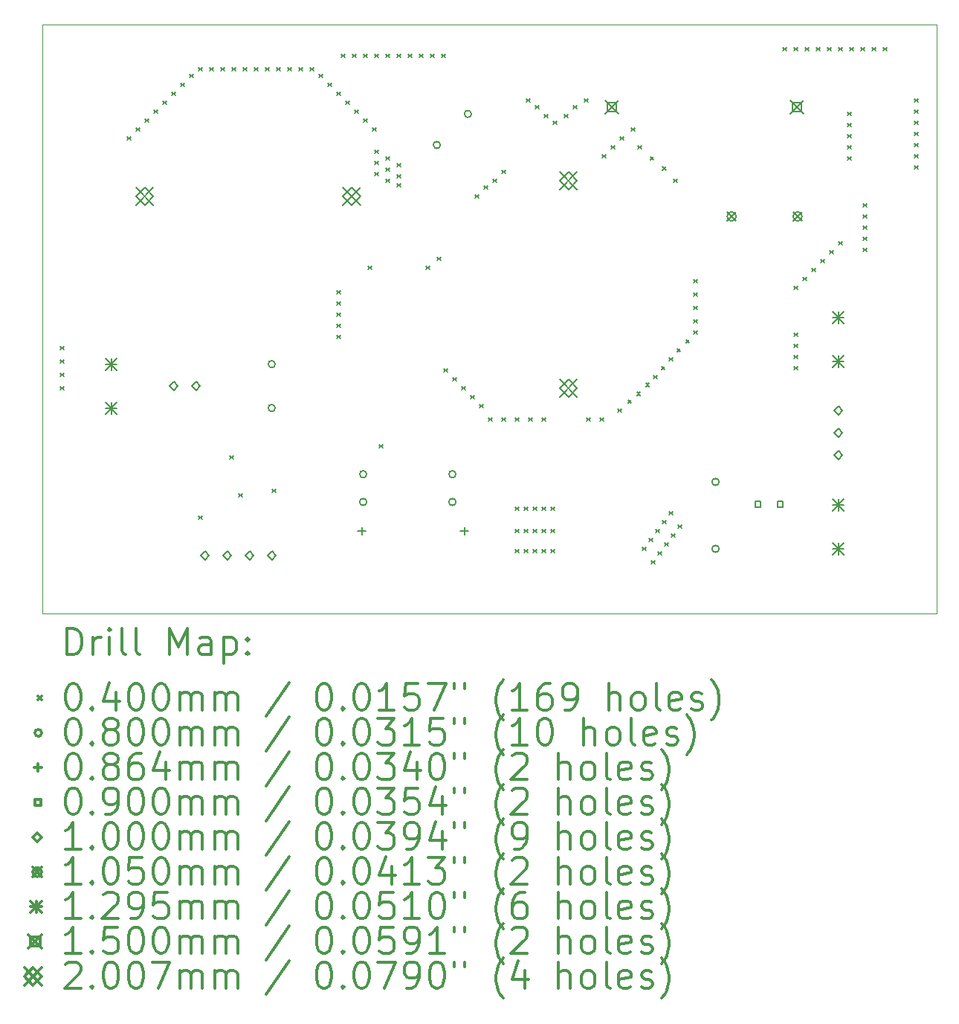
<source format=gbr>
%FSLAX45Y45*%
G04 Gerber Fmt 4.5, Leading zero omitted, Abs format (unit mm)*
G04 Created by KiCad (PCBNEW 5.1.10) date 2021-12-17 16:10:40*
%MOMM*%
%LPD*%
G01*
G04 APERTURE LIST*
%TA.AperFunction,Profile*%
%ADD10C,0.050000*%
%TD*%
%ADD11C,0.200000*%
%ADD12C,0.300000*%
G04 APERTURE END LIST*
D10*
X19532600Y-13792200D02*
X19253200Y-13792200D01*
X19532600Y-13766800D02*
X19532600Y-13792200D01*
X19532600Y-7086600D02*
X19532600Y-13766800D01*
X9347200Y-7086600D02*
X19532600Y-7086600D01*
X9347200Y-13792200D02*
X9347200Y-7086600D01*
X19253200Y-13792200D02*
X9347200Y-13792200D01*
D11*
X9555800Y-10749600D02*
X9595800Y-10789600D01*
X9595800Y-10749600D02*
X9555800Y-10789600D01*
X9555800Y-10902000D02*
X9595800Y-10942000D01*
X9595800Y-10902000D02*
X9555800Y-10942000D01*
X9555800Y-11054400D02*
X9595800Y-11094400D01*
X9595800Y-11054400D02*
X9555800Y-11094400D01*
X9555800Y-11206800D02*
X9595800Y-11246800D01*
X9595800Y-11206800D02*
X9555800Y-11246800D01*
X10317800Y-8362000D02*
X10357800Y-8402000D01*
X10357800Y-8362000D02*
X10317800Y-8402000D01*
X10419400Y-8260400D02*
X10459400Y-8300400D01*
X10459400Y-8260400D02*
X10419400Y-8300400D01*
X10521000Y-8158800D02*
X10561000Y-8198800D01*
X10561000Y-8158800D02*
X10521000Y-8198800D01*
X10622600Y-8057200D02*
X10662600Y-8097200D01*
X10662600Y-8057200D02*
X10622600Y-8097200D01*
X10724200Y-7955600D02*
X10764200Y-7995600D01*
X10764200Y-7955600D02*
X10724200Y-7995600D01*
X10825800Y-7854000D02*
X10865800Y-7894000D01*
X10865800Y-7854000D02*
X10825800Y-7894000D01*
X10927400Y-7752400D02*
X10967400Y-7792400D01*
X10967400Y-7752400D02*
X10927400Y-7792400D01*
X11029000Y-7650800D02*
X11069000Y-7690800D01*
X11069000Y-7650800D02*
X11029000Y-7690800D01*
X11130600Y-7574600D02*
X11170600Y-7614600D01*
X11170600Y-7574600D02*
X11130600Y-7614600D01*
X11130600Y-12680000D02*
X11170600Y-12720000D01*
X11170600Y-12680000D02*
X11130600Y-12720000D01*
X11257600Y-7574600D02*
X11297600Y-7614600D01*
X11297600Y-7574600D02*
X11257600Y-7614600D01*
X11384600Y-7574600D02*
X11424600Y-7614600D01*
X11424600Y-7574600D02*
X11384600Y-7614600D01*
X11486200Y-11994200D02*
X11526200Y-12034200D01*
X11526200Y-11994200D02*
X11486200Y-12034200D01*
X11511600Y-7574600D02*
X11551600Y-7614600D01*
X11551600Y-7574600D02*
X11511600Y-7614600D01*
X11587800Y-12426000D02*
X11627800Y-12466000D01*
X11627800Y-12426000D02*
X11587800Y-12466000D01*
X11638600Y-7574600D02*
X11678600Y-7614600D01*
X11678600Y-7574600D02*
X11638600Y-7614600D01*
X11765600Y-7574600D02*
X11805600Y-7614600D01*
X11805600Y-7574600D02*
X11765600Y-7614600D01*
X11892600Y-7574600D02*
X11932600Y-7614600D01*
X11932600Y-7574600D02*
X11892600Y-7614600D01*
X11968800Y-12375200D02*
X12008800Y-12415200D01*
X12008800Y-12375200D02*
X11968800Y-12415200D01*
X12019600Y-7574600D02*
X12059600Y-7614600D01*
X12059600Y-7574600D02*
X12019600Y-7614600D01*
X12146600Y-7574600D02*
X12186600Y-7614600D01*
X12186600Y-7574600D02*
X12146600Y-7614600D01*
X12273600Y-7574600D02*
X12313600Y-7614600D01*
X12313600Y-7574600D02*
X12273600Y-7614600D01*
X12400600Y-7574600D02*
X12440600Y-7614600D01*
X12440600Y-7574600D02*
X12400600Y-7614600D01*
X12502200Y-7650800D02*
X12542200Y-7690800D01*
X12542200Y-7650800D02*
X12502200Y-7690800D01*
X12603800Y-7752400D02*
X12643800Y-7792400D01*
X12643800Y-7752400D02*
X12603800Y-7792400D01*
X12705400Y-7854000D02*
X12745400Y-7894000D01*
X12745400Y-7854000D02*
X12705400Y-7894000D01*
X12705400Y-10114600D02*
X12745400Y-10154600D01*
X12745400Y-10114600D02*
X12705400Y-10154600D01*
X12705400Y-10241600D02*
X12745400Y-10281600D01*
X12745400Y-10241600D02*
X12705400Y-10281600D01*
X12705400Y-10368600D02*
X12745400Y-10408600D01*
X12745400Y-10368600D02*
X12705400Y-10408600D01*
X12705400Y-10495600D02*
X12745400Y-10535600D01*
X12745400Y-10495600D02*
X12705400Y-10535600D01*
X12705400Y-10622600D02*
X12745400Y-10662600D01*
X12745400Y-10622600D02*
X12705400Y-10662600D01*
X12756200Y-7422200D02*
X12796200Y-7462200D01*
X12796200Y-7422200D02*
X12756200Y-7462200D01*
X12807000Y-7955600D02*
X12847000Y-7995600D01*
X12847000Y-7955600D02*
X12807000Y-7995600D01*
X12883200Y-7422200D02*
X12923200Y-7462200D01*
X12923200Y-7422200D02*
X12883200Y-7462200D01*
X12908600Y-8057200D02*
X12948600Y-8097200D01*
X12948600Y-8057200D02*
X12908600Y-8097200D01*
X13010200Y-7422200D02*
X13050200Y-7462200D01*
X13050200Y-7422200D02*
X13010200Y-7462200D01*
X13010200Y-8158800D02*
X13050200Y-8198800D01*
X13050200Y-8158800D02*
X13010200Y-8198800D01*
X13061000Y-9835200D02*
X13101000Y-9875200D01*
X13101000Y-9835200D02*
X13061000Y-9875200D01*
X13111800Y-8260400D02*
X13151800Y-8300400D01*
X13151800Y-8260400D02*
X13111800Y-8300400D01*
X13137200Y-7422200D02*
X13177200Y-7462200D01*
X13177200Y-7422200D02*
X13137200Y-7462200D01*
X13137200Y-8514400D02*
X13177200Y-8554400D01*
X13177200Y-8514400D02*
X13137200Y-8554400D01*
X13137200Y-8641400D02*
X13177200Y-8681400D01*
X13177200Y-8641400D02*
X13137200Y-8681400D01*
X13137200Y-8768400D02*
X13177200Y-8808400D01*
X13177200Y-8768400D02*
X13137200Y-8808400D01*
X13188000Y-11867200D02*
X13228000Y-11907200D01*
X13228000Y-11867200D02*
X13188000Y-11907200D01*
X13264200Y-7422200D02*
X13304200Y-7462200D01*
X13304200Y-7422200D02*
X13264200Y-7462200D01*
X13264200Y-8590600D02*
X13304200Y-8630600D01*
X13304200Y-8590600D02*
X13264200Y-8630600D01*
X13264200Y-8717600D02*
X13304200Y-8757600D01*
X13304200Y-8717600D02*
X13264200Y-8757600D01*
X13264200Y-8844600D02*
X13304200Y-8884600D01*
X13304200Y-8844600D02*
X13264200Y-8884600D01*
X13391200Y-7422200D02*
X13431200Y-7462200D01*
X13431200Y-7422200D02*
X13391200Y-7462200D01*
X13391200Y-8666800D02*
X13431200Y-8706800D01*
X13431200Y-8666800D02*
X13391200Y-8706800D01*
X13391200Y-8793800D02*
X13431200Y-8833800D01*
X13431200Y-8793800D02*
X13391200Y-8833800D01*
X13391200Y-8895400D02*
X13431200Y-8935400D01*
X13431200Y-8895400D02*
X13391200Y-8935400D01*
X13518200Y-7422200D02*
X13558200Y-7462200D01*
X13558200Y-7422200D02*
X13518200Y-7462200D01*
X13645200Y-7422200D02*
X13685200Y-7462200D01*
X13685200Y-7422200D02*
X13645200Y-7462200D01*
X13721400Y-9835200D02*
X13761400Y-9875200D01*
X13761400Y-9835200D02*
X13721400Y-9875200D01*
X13772200Y-7422200D02*
X13812200Y-7462200D01*
X13812200Y-7422200D02*
X13772200Y-7462200D01*
X13848400Y-9733600D02*
X13888400Y-9773600D01*
X13888400Y-9733600D02*
X13848400Y-9773600D01*
X13899200Y-7422200D02*
X13939200Y-7462200D01*
X13939200Y-7422200D02*
X13899200Y-7462200D01*
X13924600Y-11003600D02*
X13964600Y-11043600D01*
X13964600Y-11003600D02*
X13924600Y-11043600D01*
X14026200Y-11105200D02*
X14066200Y-11145200D01*
X14066200Y-11105200D02*
X14026200Y-11145200D01*
X14127800Y-11206800D02*
X14167800Y-11246800D01*
X14167800Y-11206800D02*
X14127800Y-11246800D01*
X14229400Y-11308400D02*
X14269400Y-11348400D01*
X14269400Y-11308400D02*
X14229400Y-11348400D01*
X14280200Y-9022400D02*
X14320200Y-9062400D01*
X14320200Y-9022400D02*
X14280200Y-9062400D01*
X14331000Y-11410000D02*
X14371000Y-11450000D01*
X14371000Y-11410000D02*
X14331000Y-11450000D01*
X14381800Y-8920800D02*
X14421800Y-8960800D01*
X14421800Y-8920800D02*
X14381800Y-8960800D01*
X14432600Y-11562400D02*
X14472600Y-11602400D01*
X14472600Y-11562400D02*
X14432600Y-11602400D01*
X14483400Y-8844600D02*
X14523400Y-8884600D01*
X14523400Y-8844600D02*
X14483400Y-8884600D01*
X14585000Y-8743000D02*
X14625000Y-8783000D01*
X14625000Y-8743000D02*
X14585000Y-8783000D01*
X14585000Y-11562400D02*
X14625000Y-11602400D01*
X14625000Y-11562400D02*
X14585000Y-11602400D01*
X14737400Y-11562400D02*
X14777400Y-11602400D01*
X14777400Y-11562400D02*
X14737400Y-11602400D01*
X14737400Y-12578400D02*
X14777400Y-12618400D01*
X14777400Y-12578400D02*
X14737400Y-12618400D01*
X14737400Y-12832400D02*
X14777400Y-12872400D01*
X14777400Y-12832400D02*
X14737400Y-12872400D01*
X14737400Y-13061000D02*
X14777400Y-13101000D01*
X14777400Y-13061000D02*
X14737400Y-13101000D01*
X14839000Y-12578400D02*
X14879000Y-12618400D01*
X14879000Y-12578400D02*
X14839000Y-12618400D01*
X14839000Y-12832400D02*
X14879000Y-12872400D01*
X14879000Y-12832400D02*
X14839000Y-12872400D01*
X14839000Y-13061000D02*
X14879000Y-13101000D01*
X14879000Y-13061000D02*
X14839000Y-13101000D01*
X14864400Y-7930200D02*
X14904400Y-7970200D01*
X14904400Y-7930200D02*
X14864400Y-7970200D01*
X14889800Y-11562400D02*
X14929800Y-11602400D01*
X14929800Y-11562400D02*
X14889800Y-11602400D01*
X14940600Y-12578400D02*
X14980600Y-12618400D01*
X14980600Y-12578400D02*
X14940600Y-12618400D01*
X14940600Y-12832400D02*
X14980600Y-12872400D01*
X14980600Y-12832400D02*
X14940600Y-12872400D01*
X14940600Y-13061000D02*
X14980600Y-13101000D01*
X14980600Y-13061000D02*
X14940600Y-13101000D01*
X14966000Y-8006400D02*
X15006000Y-8046400D01*
X15006000Y-8006400D02*
X14966000Y-8046400D01*
X15042200Y-11562400D02*
X15082200Y-11602400D01*
X15082200Y-11562400D02*
X15042200Y-11602400D01*
X15042200Y-12578400D02*
X15082200Y-12618400D01*
X15082200Y-12578400D02*
X15042200Y-12618400D01*
X15042200Y-12832400D02*
X15082200Y-12872400D01*
X15082200Y-12832400D02*
X15042200Y-12872400D01*
X15042200Y-13061000D02*
X15082200Y-13101000D01*
X15082200Y-13061000D02*
X15042200Y-13101000D01*
X15067600Y-8108000D02*
X15107600Y-8148000D01*
X15107600Y-8108000D02*
X15067600Y-8148000D01*
X15143800Y-12578400D02*
X15183800Y-12618400D01*
X15183800Y-12578400D02*
X15143800Y-12618400D01*
X15143800Y-12832400D02*
X15183800Y-12872400D01*
X15183800Y-12832400D02*
X15143800Y-12872400D01*
X15143800Y-13061000D02*
X15183800Y-13101000D01*
X15183800Y-13061000D02*
X15143800Y-13101000D01*
X15169200Y-8184200D02*
X15209200Y-8224200D01*
X15209200Y-8184200D02*
X15169200Y-8224200D01*
X15296200Y-8108000D02*
X15336200Y-8148000D01*
X15336200Y-8108000D02*
X15296200Y-8148000D01*
X15397800Y-8006400D02*
X15437800Y-8046400D01*
X15437800Y-8006400D02*
X15397800Y-8046400D01*
X15524800Y-7930200D02*
X15564800Y-7970200D01*
X15564800Y-7930200D02*
X15524800Y-7970200D01*
X15550200Y-11562400D02*
X15590200Y-11602400D01*
X15590200Y-11562400D02*
X15550200Y-11602400D01*
X15702600Y-11562400D02*
X15742600Y-11602400D01*
X15742600Y-11562400D02*
X15702600Y-11602400D01*
X15728000Y-8565200D02*
X15768000Y-8605200D01*
X15768000Y-8565200D02*
X15728000Y-8605200D01*
X15829600Y-8463600D02*
X15869600Y-8503600D01*
X15869600Y-8463600D02*
X15829600Y-8503600D01*
X15905800Y-11460800D02*
X15945800Y-11500800D01*
X15945800Y-11460800D02*
X15905800Y-11500800D01*
X15931200Y-8362000D02*
X15971200Y-8402000D01*
X15971200Y-8362000D02*
X15931200Y-8402000D01*
X16020100Y-11359200D02*
X16060100Y-11399200D01*
X16060100Y-11359200D02*
X16020100Y-11399200D01*
X16058200Y-8260400D02*
X16098200Y-8300400D01*
X16098200Y-8260400D02*
X16058200Y-8300400D01*
X16121700Y-11270300D02*
X16161700Y-11310300D01*
X16161700Y-11270300D02*
X16121700Y-11310300D01*
X16134400Y-8463600D02*
X16174400Y-8503600D01*
X16174400Y-8463600D02*
X16134400Y-8503600D01*
X16185200Y-13035600D02*
X16225200Y-13075600D01*
X16225200Y-13035600D02*
X16185200Y-13075600D01*
X16223300Y-11168700D02*
X16263300Y-11208700D01*
X16263300Y-11168700D02*
X16223300Y-11208700D01*
X16261400Y-12934000D02*
X16301400Y-12974000D01*
X16301400Y-12934000D02*
X16261400Y-12974000D01*
X16274100Y-8590600D02*
X16314100Y-8630600D01*
X16314100Y-8590600D02*
X16274100Y-8630600D01*
X16286800Y-13188000D02*
X16326800Y-13228000D01*
X16326800Y-13188000D02*
X16286800Y-13228000D01*
X16312200Y-11079800D02*
X16352200Y-11119800D01*
X16352200Y-11079800D02*
X16312200Y-11119800D01*
X16337600Y-12832400D02*
X16377600Y-12872400D01*
X16377600Y-12832400D02*
X16337600Y-12872400D01*
X16363000Y-13086400D02*
X16403000Y-13126400D01*
X16403000Y-13086400D02*
X16363000Y-13126400D01*
X16401100Y-10978200D02*
X16441100Y-11018200D01*
X16441100Y-10978200D02*
X16401100Y-11018200D01*
X16413800Y-8704900D02*
X16453800Y-8744900D01*
X16453800Y-8704900D02*
X16413800Y-8744900D01*
X16413800Y-12730800D02*
X16453800Y-12770800D01*
X16453800Y-12730800D02*
X16413800Y-12770800D01*
X16439200Y-12984800D02*
X16479200Y-13024800D01*
X16479200Y-12984800D02*
X16439200Y-13024800D01*
X16490000Y-10876600D02*
X16530000Y-10916600D01*
X16530000Y-10876600D02*
X16490000Y-10916600D01*
X16490000Y-12629200D02*
X16530000Y-12669200D01*
X16530000Y-12629200D02*
X16490000Y-12669200D01*
X16515400Y-12883200D02*
X16555400Y-12923200D01*
X16555400Y-12883200D02*
X16515400Y-12923200D01*
X16540800Y-8844600D02*
X16580800Y-8884600D01*
X16580800Y-8844600D02*
X16540800Y-8884600D01*
X16578900Y-10775000D02*
X16618900Y-10815000D01*
X16618900Y-10775000D02*
X16578900Y-10815000D01*
X16591600Y-12781600D02*
X16631600Y-12821600D01*
X16631600Y-12781600D02*
X16591600Y-12821600D01*
X16680500Y-10673400D02*
X16720500Y-10713400D01*
X16720500Y-10673400D02*
X16680500Y-10713400D01*
X16769400Y-9987600D02*
X16809400Y-10027600D01*
X16809400Y-9987600D02*
X16769400Y-10027600D01*
X16769400Y-10140000D02*
X16809400Y-10180000D01*
X16809400Y-10140000D02*
X16769400Y-10180000D01*
X16769400Y-10292400D02*
X16809400Y-10332400D01*
X16809400Y-10292400D02*
X16769400Y-10332400D01*
X16769400Y-10444800D02*
X16809400Y-10484800D01*
X16809400Y-10444800D02*
X16769400Y-10484800D01*
X16769400Y-10571800D02*
X16809400Y-10611800D01*
X16809400Y-10571800D02*
X16769400Y-10611800D01*
X17785400Y-7346000D02*
X17825400Y-7386000D01*
X17825400Y-7346000D02*
X17785400Y-7386000D01*
X17912400Y-7346000D02*
X17952400Y-7386000D01*
X17952400Y-7346000D02*
X17912400Y-7386000D01*
X17912400Y-10063800D02*
X17952400Y-10103800D01*
X17952400Y-10063800D02*
X17912400Y-10103800D01*
X17912400Y-10597200D02*
X17952400Y-10637200D01*
X17952400Y-10597200D02*
X17912400Y-10637200D01*
X17912400Y-10724200D02*
X17952400Y-10764200D01*
X17952400Y-10724200D02*
X17912400Y-10764200D01*
X17912400Y-10851200D02*
X17952400Y-10891200D01*
X17952400Y-10851200D02*
X17912400Y-10891200D01*
X17912400Y-10978200D02*
X17952400Y-11018200D01*
X17952400Y-10978200D02*
X17912400Y-11018200D01*
X18014000Y-9962200D02*
X18054000Y-10002200D01*
X18054000Y-9962200D02*
X18014000Y-10002200D01*
X18039400Y-7346000D02*
X18079400Y-7386000D01*
X18079400Y-7346000D02*
X18039400Y-7386000D01*
X18115600Y-9860600D02*
X18155600Y-9900600D01*
X18155600Y-9860600D02*
X18115600Y-9900600D01*
X18166400Y-7346000D02*
X18206400Y-7386000D01*
X18206400Y-7346000D02*
X18166400Y-7386000D01*
X18217200Y-9759000D02*
X18257200Y-9799000D01*
X18257200Y-9759000D02*
X18217200Y-9799000D01*
X18293400Y-7346000D02*
X18333400Y-7386000D01*
X18333400Y-7346000D02*
X18293400Y-7386000D01*
X18318800Y-9657400D02*
X18358800Y-9697400D01*
X18358800Y-9657400D02*
X18318800Y-9697400D01*
X18420400Y-7346000D02*
X18460400Y-7386000D01*
X18460400Y-7346000D02*
X18420400Y-7386000D01*
X18420400Y-9555800D02*
X18460400Y-9595800D01*
X18460400Y-9555800D02*
X18420400Y-9595800D01*
X18522000Y-8082600D02*
X18562000Y-8122600D01*
X18562000Y-8082600D02*
X18522000Y-8122600D01*
X18522000Y-8209600D02*
X18562000Y-8249600D01*
X18562000Y-8209600D02*
X18522000Y-8249600D01*
X18522000Y-8336600D02*
X18562000Y-8376600D01*
X18562000Y-8336600D02*
X18522000Y-8376600D01*
X18522000Y-8463600D02*
X18562000Y-8503600D01*
X18562000Y-8463600D02*
X18522000Y-8503600D01*
X18522000Y-8590600D02*
X18562000Y-8630600D01*
X18562000Y-8590600D02*
X18522000Y-8630600D01*
X18547400Y-7346000D02*
X18587400Y-7386000D01*
X18587400Y-7346000D02*
X18547400Y-7386000D01*
X18674400Y-7346000D02*
X18714400Y-7386000D01*
X18714400Y-7346000D02*
X18674400Y-7386000D01*
X18699800Y-9124000D02*
X18739800Y-9164000D01*
X18739800Y-9124000D02*
X18699800Y-9164000D01*
X18699800Y-9251000D02*
X18739800Y-9291000D01*
X18739800Y-9251000D02*
X18699800Y-9291000D01*
X18699800Y-9378000D02*
X18739800Y-9418000D01*
X18739800Y-9378000D02*
X18699800Y-9418000D01*
X18699800Y-9505000D02*
X18739800Y-9545000D01*
X18739800Y-9505000D02*
X18699800Y-9545000D01*
X18699800Y-9632000D02*
X18739800Y-9672000D01*
X18739800Y-9632000D02*
X18699800Y-9672000D01*
X18801400Y-7346000D02*
X18841400Y-7386000D01*
X18841400Y-7346000D02*
X18801400Y-7386000D01*
X18928400Y-7346000D02*
X18968400Y-7386000D01*
X18968400Y-7346000D02*
X18928400Y-7386000D01*
X19284000Y-7930200D02*
X19324000Y-7970200D01*
X19324000Y-7930200D02*
X19284000Y-7970200D01*
X19284000Y-8057200D02*
X19324000Y-8097200D01*
X19324000Y-8057200D02*
X19284000Y-8097200D01*
X19284000Y-8184200D02*
X19324000Y-8224200D01*
X19324000Y-8184200D02*
X19284000Y-8224200D01*
X19284000Y-8311200D02*
X19324000Y-8351200D01*
X19324000Y-8311200D02*
X19284000Y-8351200D01*
X19284000Y-8438200D02*
X19324000Y-8478200D01*
X19324000Y-8438200D02*
X19284000Y-8478200D01*
X19284000Y-8565200D02*
X19324000Y-8605200D01*
X19324000Y-8565200D02*
X19284000Y-8605200D01*
X19284000Y-8692200D02*
X19324000Y-8732200D01*
X19324000Y-8692200D02*
X19284000Y-8732200D01*
X12003400Y-10951400D02*
G75*
G03*
X12003400Y-10951400I-40000J0D01*
G01*
X12003400Y-11451400D02*
G75*
G03*
X12003400Y-11451400I-40000J0D01*
G01*
X13044800Y-12204700D02*
G75*
G03*
X13044800Y-12204700I-40000J0D01*
G01*
X13044800Y-12522200D02*
G75*
G03*
X13044800Y-12522200I-40000J0D01*
G01*
X13884023Y-8457177D02*
G75*
G03*
X13884023Y-8457177I-40000J0D01*
G01*
X14060800Y-12204700D02*
G75*
G03*
X14060800Y-12204700I-40000J0D01*
G01*
X14060800Y-12522200D02*
G75*
G03*
X14060800Y-12522200I-40000J0D01*
G01*
X14237577Y-8103623D02*
G75*
G03*
X14237577Y-8103623I-40000J0D01*
G01*
X17058000Y-12293600D02*
G75*
G03*
X17058000Y-12293600I-40000J0D01*
G01*
X17058000Y-13055600D02*
G75*
G03*
X17058000Y-13055600I-40000J0D01*
G01*
X12988600Y-12809220D02*
X12988600Y-12895580D01*
X12945420Y-12852400D02*
X13031780Y-12852400D01*
X14157000Y-12809220D02*
X14157000Y-12895580D01*
X14113820Y-12852400D02*
X14200180Y-12852400D01*
X17532420Y-12579420D02*
X17532420Y-12515780D01*
X17468780Y-12515780D01*
X17468780Y-12579420D01*
X17532420Y-12579420D01*
X17786420Y-12579420D02*
X17786420Y-12515780D01*
X17722780Y-12515780D01*
X17722780Y-12579420D01*
X17786420Y-12579420D01*
X10845800Y-11251400D02*
X10895800Y-11201400D01*
X10845800Y-11151400D01*
X10795800Y-11201400D01*
X10845800Y-11251400D01*
X11099800Y-11251400D02*
X11149800Y-11201400D01*
X11099800Y-11151400D01*
X11049800Y-11201400D01*
X11099800Y-11251400D01*
X11201400Y-13181800D02*
X11251400Y-13131800D01*
X11201400Y-13081800D01*
X11151400Y-13131800D01*
X11201400Y-13181800D01*
X11455400Y-13181800D02*
X11505400Y-13131800D01*
X11455400Y-13081800D01*
X11405400Y-13131800D01*
X11455400Y-13181800D01*
X11709400Y-13181800D02*
X11759400Y-13131800D01*
X11709400Y-13081800D01*
X11659400Y-13131800D01*
X11709400Y-13181800D01*
X11963400Y-13181800D02*
X12013400Y-13131800D01*
X11963400Y-13081800D01*
X11913400Y-13131800D01*
X11963400Y-13181800D01*
X18415000Y-11530800D02*
X18465000Y-11480800D01*
X18415000Y-11430800D01*
X18365000Y-11480800D01*
X18415000Y-11530800D01*
X18415000Y-11784800D02*
X18465000Y-11734800D01*
X18415000Y-11684800D01*
X18365000Y-11734800D01*
X18415000Y-11784800D01*
X18415000Y-12038800D02*
X18465000Y-11988800D01*
X18415000Y-11938800D01*
X18365000Y-11988800D01*
X18415000Y-12038800D01*
X17149300Y-9218500D02*
X17254300Y-9323500D01*
X17254300Y-9218500D02*
X17149300Y-9323500D01*
X17254300Y-9271000D02*
G75*
G03*
X17254300Y-9271000I-52500J0D01*
G01*
X17899300Y-9218500D02*
X18004300Y-9323500D01*
X18004300Y-9218500D02*
X17899300Y-9323500D01*
X18004300Y-9271000D02*
G75*
G03*
X18004300Y-9271000I-52500J0D01*
G01*
X10069830Y-10890630D02*
X10199370Y-11020170D01*
X10199370Y-10890630D02*
X10069830Y-11020170D01*
X10134600Y-10890630D02*
X10134600Y-11020170D01*
X10069830Y-10955400D02*
X10199370Y-10955400D01*
X10069830Y-11390630D02*
X10199370Y-11520170D01*
X10199370Y-11390630D02*
X10069830Y-11520170D01*
X10134600Y-11390630D02*
X10134600Y-11520170D01*
X10069830Y-11455400D02*
X10199370Y-11455400D01*
X18350230Y-10357230D02*
X18479770Y-10486770D01*
X18479770Y-10357230D02*
X18350230Y-10486770D01*
X18415000Y-10357230D02*
X18415000Y-10486770D01*
X18350230Y-10422000D02*
X18479770Y-10422000D01*
X18350230Y-10857230D02*
X18479770Y-10986770D01*
X18479770Y-10857230D02*
X18350230Y-10986770D01*
X18415000Y-10857230D02*
X18415000Y-10986770D01*
X18350230Y-10922000D02*
X18479770Y-10922000D01*
X18350230Y-12490830D02*
X18479770Y-12620370D01*
X18479770Y-12490830D02*
X18350230Y-12620370D01*
X18415000Y-12490830D02*
X18415000Y-12620370D01*
X18350230Y-12555600D02*
X18479770Y-12555600D01*
X18350230Y-12990830D02*
X18479770Y-13120370D01*
X18479770Y-12990830D02*
X18350230Y-13120370D01*
X18415000Y-12990830D02*
X18415000Y-13120370D01*
X18350230Y-13055600D02*
X18479770Y-13055600D01*
X15760200Y-7951400D02*
X15910200Y-8101400D01*
X15910200Y-7951400D02*
X15760200Y-8101400D01*
X15888233Y-8079433D02*
X15888233Y-7973366D01*
X15782166Y-7973366D01*
X15782166Y-8079433D01*
X15888233Y-8079433D01*
X17871800Y-7951400D02*
X18021800Y-8101400D01*
X18021800Y-7951400D02*
X17871800Y-8101400D01*
X17999834Y-8079433D02*
X17999834Y-7973366D01*
X17893767Y-7973366D01*
X17893767Y-8079433D01*
X17999834Y-8079433D01*
X10415270Y-8942070D02*
X10615930Y-9142730D01*
X10615930Y-8942070D02*
X10415270Y-9142730D01*
X10515600Y-9142730D02*
X10615930Y-9042400D01*
X10515600Y-8942070D01*
X10415270Y-9042400D01*
X10515600Y-9142730D01*
X12775270Y-8942070D02*
X12975930Y-9142730D01*
X12975930Y-8942070D02*
X12775270Y-9142730D01*
X12875600Y-9142730D02*
X12975930Y-9042400D01*
X12875600Y-8942070D01*
X12775270Y-9042400D01*
X12875600Y-9142730D01*
X15241270Y-8766470D02*
X15441930Y-8967130D01*
X15441930Y-8766470D02*
X15241270Y-8967130D01*
X15341600Y-8967130D02*
X15441930Y-8866800D01*
X15341600Y-8766470D01*
X15241270Y-8866800D01*
X15341600Y-8967130D01*
X15241270Y-11126470D02*
X15441930Y-11327130D01*
X15441930Y-11126470D02*
X15241270Y-11327130D01*
X15341600Y-11327130D02*
X15441930Y-11226800D01*
X15341600Y-11126470D01*
X15241270Y-11226800D01*
X15341600Y-11327130D01*
D12*
X9631128Y-14260414D02*
X9631128Y-13960414D01*
X9702557Y-13960414D01*
X9745414Y-13974700D01*
X9773986Y-14003271D01*
X9788271Y-14031843D01*
X9802557Y-14088986D01*
X9802557Y-14131843D01*
X9788271Y-14188986D01*
X9773986Y-14217557D01*
X9745414Y-14246129D01*
X9702557Y-14260414D01*
X9631128Y-14260414D01*
X9931128Y-14260414D02*
X9931128Y-14060414D01*
X9931128Y-14117557D02*
X9945414Y-14088986D01*
X9959700Y-14074700D01*
X9988271Y-14060414D01*
X10016843Y-14060414D01*
X10116843Y-14260414D02*
X10116843Y-14060414D01*
X10116843Y-13960414D02*
X10102557Y-13974700D01*
X10116843Y-13988986D01*
X10131128Y-13974700D01*
X10116843Y-13960414D01*
X10116843Y-13988986D01*
X10302557Y-14260414D02*
X10273986Y-14246129D01*
X10259700Y-14217557D01*
X10259700Y-13960414D01*
X10459700Y-14260414D02*
X10431128Y-14246129D01*
X10416843Y-14217557D01*
X10416843Y-13960414D01*
X10802557Y-14260414D02*
X10802557Y-13960414D01*
X10902557Y-14174700D01*
X11002557Y-13960414D01*
X11002557Y-14260414D01*
X11273986Y-14260414D02*
X11273986Y-14103271D01*
X11259700Y-14074700D01*
X11231128Y-14060414D01*
X11173986Y-14060414D01*
X11145414Y-14074700D01*
X11273986Y-14246129D02*
X11245414Y-14260414D01*
X11173986Y-14260414D01*
X11145414Y-14246129D01*
X11131128Y-14217557D01*
X11131128Y-14188986D01*
X11145414Y-14160414D01*
X11173986Y-14146129D01*
X11245414Y-14146129D01*
X11273986Y-14131843D01*
X11416843Y-14060414D02*
X11416843Y-14360414D01*
X11416843Y-14074700D02*
X11445414Y-14060414D01*
X11502557Y-14060414D01*
X11531128Y-14074700D01*
X11545414Y-14088986D01*
X11559700Y-14117557D01*
X11559700Y-14203271D01*
X11545414Y-14231843D01*
X11531128Y-14246129D01*
X11502557Y-14260414D01*
X11445414Y-14260414D01*
X11416843Y-14246129D01*
X11688271Y-14231843D02*
X11702557Y-14246129D01*
X11688271Y-14260414D01*
X11673986Y-14246129D01*
X11688271Y-14231843D01*
X11688271Y-14260414D01*
X11688271Y-14074700D02*
X11702557Y-14088986D01*
X11688271Y-14103271D01*
X11673986Y-14088986D01*
X11688271Y-14074700D01*
X11688271Y-14103271D01*
X9304700Y-14734700D02*
X9344700Y-14774700D01*
X9344700Y-14734700D02*
X9304700Y-14774700D01*
X9688271Y-14590414D02*
X9716843Y-14590414D01*
X9745414Y-14604700D01*
X9759700Y-14618986D01*
X9773986Y-14647557D01*
X9788271Y-14704700D01*
X9788271Y-14776129D01*
X9773986Y-14833271D01*
X9759700Y-14861843D01*
X9745414Y-14876129D01*
X9716843Y-14890414D01*
X9688271Y-14890414D01*
X9659700Y-14876129D01*
X9645414Y-14861843D01*
X9631128Y-14833271D01*
X9616843Y-14776129D01*
X9616843Y-14704700D01*
X9631128Y-14647557D01*
X9645414Y-14618986D01*
X9659700Y-14604700D01*
X9688271Y-14590414D01*
X9916843Y-14861843D02*
X9931128Y-14876129D01*
X9916843Y-14890414D01*
X9902557Y-14876129D01*
X9916843Y-14861843D01*
X9916843Y-14890414D01*
X10188271Y-14690414D02*
X10188271Y-14890414D01*
X10116843Y-14576129D02*
X10045414Y-14790414D01*
X10231128Y-14790414D01*
X10402557Y-14590414D02*
X10431128Y-14590414D01*
X10459700Y-14604700D01*
X10473986Y-14618986D01*
X10488271Y-14647557D01*
X10502557Y-14704700D01*
X10502557Y-14776129D01*
X10488271Y-14833271D01*
X10473986Y-14861843D01*
X10459700Y-14876129D01*
X10431128Y-14890414D01*
X10402557Y-14890414D01*
X10373986Y-14876129D01*
X10359700Y-14861843D01*
X10345414Y-14833271D01*
X10331128Y-14776129D01*
X10331128Y-14704700D01*
X10345414Y-14647557D01*
X10359700Y-14618986D01*
X10373986Y-14604700D01*
X10402557Y-14590414D01*
X10688271Y-14590414D02*
X10716843Y-14590414D01*
X10745414Y-14604700D01*
X10759700Y-14618986D01*
X10773986Y-14647557D01*
X10788271Y-14704700D01*
X10788271Y-14776129D01*
X10773986Y-14833271D01*
X10759700Y-14861843D01*
X10745414Y-14876129D01*
X10716843Y-14890414D01*
X10688271Y-14890414D01*
X10659700Y-14876129D01*
X10645414Y-14861843D01*
X10631128Y-14833271D01*
X10616843Y-14776129D01*
X10616843Y-14704700D01*
X10631128Y-14647557D01*
X10645414Y-14618986D01*
X10659700Y-14604700D01*
X10688271Y-14590414D01*
X10916843Y-14890414D02*
X10916843Y-14690414D01*
X10916843Y-14718986D02*
X10931128Y-14704700D01*
X10959700Y-14690414D01*
X11002557Y-14690414D01*
X11031128Y-14704700D01*
X11045414Y-14733271D01*
X11045414Y-14890414D01*
X11045414Y-14733271D02*
X11059700Y-14704700D01*
X11088271Y-14690414D01*
X11131128Y-14690414D01*
X11159700Y-14704700D01*
X11173986Y-14733271D01*
X11173986Y-14890414D01*
X11316843Y-14890414D02*
X11316843Y-14690414D01*
X11316843Y-14718986D02*
X11331128Y-14704700D01*
X11359700Y-14690414D01*
X11402557Y-14690414D01*
X11431128Y-14704700D01*
X11445414Y-14733271D01*
X11445414Y-14890414D01*
X11445414Y-14733271D02*
X11459700Y-14704700D01*
X11488271Y-14690414D01*
X11531128Y-14690414D01*
X11559700Y-14704700D01*
X11573986Y-14733271D01*
X11573986Y-14890414D01*
X12159700Y-14576129D02*
X11902557Y-14961843D01*
X12545414Y-14590414D02*
X12573986Y-14590414D01*
X12602557Y-14604700D01*
X12616843Y-14618986D01*
X12631128Y-14647557D01*
X12645414Y-14704700D01*
X12645414Y-14776129D01*
X12631128Y-14833271D01*
X12616843Y-14861843D01*
X12602557Y-14876129D01*
X12573986Y-14890414D01*
X12545414Y-14890414D01*
X12516843Y-14876129D01*
X12502557Y-14861843D01*
X12488271Y-14833271D01*
X12473986Y-14776129D01*
X12473986Y-14704700D01*
X12488271Y-14647557D01*
X12502557Y-14618986D01*
X12516843Y-14604700D01*
X12545414Y-14590414D01*
X12773986Y-14861843D02*
X12788271Y-14876129D01*
X12773986Y-14890414D01*
X12759700Y-14876129D01*
X12773986Y-14861843D01*
X12773986Y-14890414D01*
X12973986Y-14590414D02*
X13002557Y-14590414D01*
X13031128Y-14604700D01*
X13045414Y-14618986D01*
X13059700Y-14647557D01*
X13073986Y-14704700D01*
X13073986Y-14776129D01*
X13059700Y-14833271D01*
X13045414Y-14861843D01*
X13031128Y-14876129D01*
X13002557Y-14890414D01*
X12973986Y-14890414D01*
X12945414Y-14876129D01*
X12931128Y-14861843D01*
X12916843Y-14833271D01*
X12902557Y-14776129D01*
X12902557Y-14704700D01*
X12916843Y-14647557D01*
X12931128Y-14618986D01*
X12945414Y-14604700D01*
X12973986Y-14590414D01*
X13359700Y-14890414D02*
X13188271Y-14890414D01*
X13273986Y-14890414D02*
X13273986Y-14590414D01*
X13245414Y-14633271D01*
X13216843Y-14661843D01*
X13188271Y-14676129D01*
X13631128Y-14590414D02*
X13488271Y-14590414D01*
X13473986Y-14733271D01*
X13488271Y-14718986D01*
X13516843Y-14704700D01*
X13588271Y-14704700D01*
X13616843Y-14718986D01*
X13631128Y-14733271D01*
X13645414Y-14761843D01*
X13645414Y-14833271D01*
X13631128Y-14861843D01*
X13616843Y-14876129D01*
X13588271Y-14890414D01*
X13516843Y-14890414D01*
X13488271Y-14876129D01*
X13473986Y-14861843D01*
X13745414Y-14590414D02*
X13945414Y-14590414D01*
X13816843Y-14890414D01*
X14045414Y-14590414D02*
X14045414Y-14647557D01*
X14159700Y-14590414D02*
X14159700Y-14647557D01*
X14602557Y-15004700D02*
X14588271Y-14990414D01*
X14559700Y-14947557D01*
X14545414Y-14918986D01*
X14531128Y-14876129D01*
X14516843Y-14804700D01*
X14516843Y-14747557D01*
X14531128Y-14676129D01*
X14545414Y-14633271D01*
X14559700Y-14604700D01*
X14588271Y-14561843D01*
X14602557Y-14547557D01*
X14873986Y-14890414D02*
X14702557Y-14890414D01*
X14788271Y-14890414D02*
X14788271Y-14590414D01*
X14759700Y-14633271D01*
X14731128Y-14661843D01*
X14702557Y-14676129D01*
X15131128Y-14590414D02*
X15073986Y-14590414D01*
X15045414Y-14604700D01*
X15031128Y-14618986D01*
X15002557Y-14661843D01*
X14988271Y-14718986D01*
X14988271Y-14833271D01*
X15002557Y-14861843D01*
X15016843Y-14876129D01*
X15045414Y-14890414D01*
X15102557Y-14890414D01*
X15131128Y-14876129D01*
X15145414Y-14861843D01*
X15159700Y-14833271D01*
X15159700Y-14761843D01*
X15145414Y-14733271D01*
X15131128Y-14718986D01*
X15102557Y-14704700D01*
X15045414Y-14704700D01*
X15016843Y-14718986D01*
X15002557Y-14733271D01*
X14988271Y-14761843D01*
X15302557Y-14890414D02*
X15359700Y-14890414D01*
X15388271Y-14876129D01*
X15402557Y-14861843D01*
X15431128Y-14818986D01*
X15445414Y-14761843D01*
X15445414Y-14647557D01*
X15431128Y-14618986D01*
X15416843Y-14604700D01*
X15388271Y-14590414D01*
X15331128Y-14590414D01*
X15302557Y-14604700D01*
X15288271Y-14618986D01*
X15273986Y-14647557D01*
X15273986Y-14718986D01*
X15288271Y-14747557D01*
X15302557Y-14761843D01*
X15331128Y-14776129D01*
X15388271Y-14776129D01*
X15416843Y-14761843D01*
X15431128Y-14747557D01*
X15445414Y-14718986D01*
X15802557Y-14890414D02*
X15802557Y-14590414D01*
X15931128Y-14890414D02*
X15931128Y-14733271D01*
X15916843Y-14704700D01*
X15888271Y-14690414D01*
X15845414Y-14690414D01*
X15816843Y-14704700D01*
X15802557Y-14718986D01*
X16116843Y-14890414D02*
X16088271Y-14876129D01*
X16073986Y-14861843D01*
X16059700Y-14833271D01*
X16059700Y-14747557D01*
X16073986Y-14718986D01*
X16088271Y-14704700D01*
X16116843Y-14690414D01*
X16159700Y-14690414D01*
X16188271Y-14704700D01*
X16202557Y-14718986D01*
X16216843Y-14747557D01*
X16216843Y-14833271D01*
X16202557Y-14861843D01*
X16188271Y-14876129D01*
X16159700Y-14890414D01*
X16116843Y-14890414D01*
X16388271Y-14890414D02*
X16359700Y-14876129D01*
X16345414Y-14847557D01*
X16345414Y-14590414D01*
X16616843Y-14876129D02*
X16588271Y-14890414D01*
X16531128Y-14890414D01*
X16502557Y-14876129D01*
X16488271Y-14847557D01*
X16488271Y-14733271D01*
X16502557Y-14704700D01*
X16531128Y-14690414D01*
X16588271Y-14690414D01*
X16616843Y-14704700D01*
X16631128Y-14733271D01*
X16631128Y-14761843D01*
X16488271Y-14790414D01*
X16745414Y-14876129D02*
X16773986Y-14890414D01*
X16831128Y-14890414D01*
X16859700Y-14876129D01*
X16873986Y-14847557D01*
X16873986Y-14833271D01*
X16859700Y-14804700D01*
X16831128Y-14790414D01*
X16788271Y-14790414D01*
X16759700Y-14776129D01*
X16745414Y-14747557D01*
X16745414Y-14733271D01*
X16759700Y-14704700D01*
X16788271Y-14690414D01*
X16831128Y-14690414D01*
X16859700Y-14704700D01*
X16973986Y-15004700D02*
X16988271Y-14990414D01*
X17016843Y-14947557D01*
X17031128Y-14918986D01*
X17045414Y-14876129D01*
X17059700Y-14804700D01*
X17059700Y-14747557D01*
X17045414Y-14676129D01*
X17031128Y-14633271D01*
X17016843Y-14604700D01*
X16988271Y-14561843D01*
X16973986Y-14547557D01*
X9344700Y-15150700D02*
G75*
G03*
X9344700Y-15150700I-40000J0D01*
G01*
X9688271Y-14986414D02*
X9716843Y-14986414D01*
X9745414Y-15000700D01*
X9759700Y-15014986D01*
X9773986Y-15043557D01*
X9788271Y-15100700D01*
X9788271Y-15172129D01*
X9773986Y-15229271D01*
X9759700Y-15257843D01*
X9745414Y-15272129D01*
X9716843Y-15286414D01*
X9688271Y-15286414D01*
X9659700Y-15272129D01*
X9645414Y-15257843D01*
X9631128Y-15229271D01*
X9616843Y-15172129D01*
X9616843Y-15100700D01*
X9631128Y-15043557D01*
X9645414Y-15014986D01*
X9659700Y-15000700D01*
X9688271Y-14986414D01*
X9916843Y-15257843D02*
X9931128Y-15272129D01*
X9916843Y-15286414D01*
X9902557Y-15272129D01*
X9916843Y-15257843D01*
X9916843Y-15286414D01*
X10102557Y-15114986D02*
X10073986Y-15100700D01*
X10059700Y-15086414D01*
X10045414Y-15057843D01*
X10045414Y-15043557D01*
X10059700Y-15014986D01*
X10073986Y-15000700D01*
X10102557Y-14986414D01*
X10159700Y-14986414D01*
X10188271Y-15000700D01*
X10202557Y-15014986D01*
X10216843Y-15043557D01*
X10216843Y-15057843D01*
X10202557Y-15086414D01*
X10188271Y-15100700D01*
X10159700Y-15114986D01*
X10102557Y-15114986D01*
X10073986Y-15129271D01*
X10059700Y-15143557D01*
X10045414Y-15172129D01*
X10045414Y-15229271D01*
X10059700Y-15257843D01*
X10073986Y-15272129D01*
X10102557Y-15286414D01*
X10159700Y-15286414D01*
X10188271Y-15272129D01*
X10202557Y-15257843D01*
X10216843Y-15229271D01*
X10216843Y-15172129D01*
X10202557Y-15143557D01*
X10188271Y-15129271D01*
X10159700Y-15114986D01*
X10402557Y-14986414D02*
X10431128Y-14986414D01*
X10459700Y-15000700D01*
X10473986Y-15014986D01*
X10488271Y-15043557D01*
X10502557Y-15100700D01*
X10502557Y-15172129D01*
X10488271Y-15229271D01*
X10473986Y-15257843D01*
X10459700Y-15272129D01*
X10431128Y-15286414D01*
X10402557Y-15286414D01*
X10373986Y-15272129D01*
X10359700Y-15257843D01*
X10345414Y-15229271D01*
X10331128Y-15172129D01*
X10331128Y-15100700D01*
X10345414Y-15043557D01*
X10359700Y-15014986D01*
X10373986Y-15000700D01*
X10402557Y-14986414D01*
X10688271Y-14986414D02*
X10716843Y-14986414D01*
X10745414Y-15000700D01*
X10759700Y-15014986D01*
X10773986Y-15043557D01*
X10788271Y-15100700D01*
X10788271Y-15172129D01*
X10773986Y-15229271D01*
X10759700Y-15257843D01*
X10745414Y-15272129D01*
X10716843Y-15286414D01*
X10688271Y-15286414D01*
X10659700Y-15272129D01*
X10645414Y-15257843D01*
X10631128Y-15229271D01*
X10616843Y-15172129D01*
X10616843Y-15100700D01*
X10631128Y-15043557D01*
X10645414Y-15014986D01*
X10659700Y-15000700D01*
X10688271Y-14986414D01*
X10916843Y-15286414D02*
X10916843Y-15086414D01*
X10916843Y-15114986D02*
X10931128Y-15100700D01*
X10959700Y-15086414D01*
X11002557Y-15086414D01*
X11031128Y-15100700D01*
X11045414Y-15129271D01*
X11045414Y-15286414D01*
X11045414Y-15129271D02*
X11059700Y-15100700D01*
X11088271Y-15086414D01*
X11131128Y-15086414D01*
X11159700Y-15100700D01*
X11173986Y-15129271D01*
X11173986Y-15286414D01*
X11316843Y-15286414D02*
X11316843Y-15086414D01*
X11316843Y-15114986D02*
X11331128Y-15100700D01*
X11359700Y-15086414D01*
X11402557Y-15086414D01*
X11431128Y-15100700D01*
X11445414Y-15129271D01*
X11445414Y-15286414D01*
X11445414Y-15129271D02*
X11459700Y-15100700D01*
X11488271Y-15086414D01*
X11531128Y-15086414D01*
X11559700Y-15100700D01*
X11573986Y-15129271D01*
X11573986Y-15286414D01*
X12159700Y-14972129D02*
X11902557Y-15357843D01*
X12545414Y-14986414D02*
X12573986Y-14986414D01*
X12602557Y-15000700D01*
X12616843Y-15014986D01*
X12631128Y-15043557D01*
X12645414Y-15100700D01*
X12645414Y-15172129D01*
X12631128Y-15229271D01*
X12616843Y-15257843D01*
X12602557Y-15272129D01*
X12573986Y-15286414D01*
X12545414Y-15286414D01*
X12516843Y-15272129D01*
X12502557Y-15257843D01*
X12488271Y-15229271D01*
X12473986Y-15172129D01*
X12473986Y-15100700D01*
X12488271Y-15043557D01*
X12502557Y-15014986D01*
X12516843Y-15000700D01*
X12545414Y-14986414D01*
X12773986Y-15257843D02*
X12788271Y-15272129D01*
X12773986Y-15286414D01*
X12759700Y-15272129D01*
X12773986Y-15257843D01*
X12773986Y-15286414D01*
X12973986Y-14986414D02*
X13002557Y-14986414D01*
X13031128Y-15000700D01*
X13045414Y-15014986D01*
X13059700Y-15043557D01*
X13073986Y-15100700D01*
X13073986Y-15172129D01*
X13059700Y-15229271D01*
X13045414Y-15257843D01*
X13031128Y-15272129D01*
X13002557Y-15286414D01*
X12973986Y-15286414D01*
X12945414Y-15272129D01*
X12931128Y-15257843D01*
X12916843Y-15229271D01*
X12902557Y-15172129D01*
X12902557Y-15100700D01*
X12916843Y-15043557D01*
X12931128Y-15014986D01*
X12945414Y-15000700D01*
X12973986Y-14986414D01*
X13173986Y-14986414D02*
X13359700Y-14986414D01*
X13259700Y-15100700D01*
X13302557Y-15100700D01*
X13331128Y-15114986D01*
X13345414Y-15129271D01*
X13359700Y-15157843D01*
X13359700Y-15229271D01*
X13345414Y-15257843D01*
X13331128Y-15272129D01*
X13302557Y-15286414D01*
X13216843Y-15286414D01*
X13188271Y-15272129D01*
X13173986Y-15257843D01*
X13645414Y-15286414D02*
X13473986Y-15286414D01*
X13559700Y-15286414D02*
X13559700Y-14986414D01*
X13531128Y-15029271D01*
X13502557Y-15057843D01*
X13473986Y-15072129D01*
X13916843Y-14986414D02*
X13773986Y-14986414D01*
X13759700Y-15129271D01*
X13773986Y-15114986D01*
X13802557Y-15100700D01*
X13873986Y-15100700D01*
X13902557Y-15114986D01*
X13916843Y-15129271D01*
X13931128Y-15157843D01*
X13931128Y-15229271D01*
X13916843Y-15257843D01*
X13902557Y-15272129D01*
X13873986Y-15286414D01*
X13802557Y-15286414D01*
X13773986Y-15272129D01*
X13759700Y-15257843D01*
X14045414Y-14986414D02*
X14045414Y-15043557D01*
X14159700Y-14986414D02*
X14159700Y-15043557D01*
X14602557Y-15400700D02*
X14588271Y-15386414D01*
X14559700Y-15343557D01*
X14545414Y-15314986D01*
X14531128Y-15272129D01*
X14516843Y-15200700D01*
X14516843Y-15143557D01*
X14531128Y-15072129D01*
X14545414Y-15029271D01*
X14559700Y-15000700D01*
X14588271Y-14957843D01*
X14602557Y-14943557D01*
X14873986Y-15286414D02*
X14702557Y-15286414D01*
X14788271Y-15286414D02*
X14788271Y-14986414D01*
X14759700Y-15029271D01*
X14731128Y-15057843D01*
X14702557Y-15072129D01*
X15059700Y-14986414D02*
X15088271Y-14986414D01*
X15116843Y-15000700D01*
X15131128Y-15014986D01*
X15145414Y-15043557D01*
X15159700Y-15100700D01*
X15159700Y-15172129D01*
X15145414Y-15229271D01*
X15131128Y-15257843D01*
X15116843Y-15272129D01*
X15088271Y-15286414D01*
X15059700Y-15286414D01*
X15031128Y-15272129D01*
X15016843Y-15257843D01*
X15002557Y-15229271D01*
X14988271Y-15172129D01*
X14988271Y-15100700D01*
X15002557Y-15043557D01*
X15016843Y-15014986D01*
X15031128Y-15000700D01*
X15059700Y-14986414D01*
X15516843Y-15286414D02*
X15516843Y-14986414D01*
X15645414Y-15286414D02*
X15645414Y-15129271D01*
X15631128Y-15100700D01*
X15602557Y-15086414D01*
X15559700Y-15086414D01*
X15531128Y-15100700D01*
X15516843Y-15114986D01*
X15831128Y-15286414D02*
X15802557Y-15272129D01*
X15788271Y-15257843D01*
X15773986Y-15229271D01*
X15773986Y-15143557D01*
X15788271Y-15114986D01*
X15802557Y-15100700D01*
X15831128Y-15086414D01*
X15873986Y-15086414D01*
X15902557Y-15100700D01*
X15916843Y-15114986D01*
X15931128Y-15143557D01*
X15931128Y-15229271D01*
X15916843Y-15257843D01*
X15902557Y-15272129D01*
X15873986Y-15286414D01*
X15831128Y-15286414D01*
X16102557Y-15286414D02*
X16073986Y-15272129D01*
X16059700Y-15243557D01*
X16059700Y-14986414D01*
X16331128Y-15272129D02*
X16302557Y-15286414D01*
X16245414Y-15286414D01*
X16216843Y-15272129D01*
X16202557Y-15243557D01*
X16202557Y-15129271D01*
X16216843Y-15100700D01*
X16245414Y-15086414D01*
X16302557Y-15086414D01*
X16331128Y-15100700D01*
X16345414Y-15129271D01*
X16345414Y-15157843D01*
X16202557Y-15186414D01*
X16459700Y-15272129D02*
X16488271Y-15286414D01*
X16545414Y-15286414D01*
X16573986Y-15272129D01*
X16588271Y-15243557D01*
X16588271Y-15229271D01*
X16573986Y-15200700D01*
X16545414Y-15186414D01*
X16502557Y-15186414D01*
X16473986Y-15172129D01*
X16459700Y-15143557D01*
X16459700Y-15129271D01*
X16473986Y-15100700D01*
X16502557Y-15086414D01*
X16545414Y-15086414D01*
X16573986Y-15100700D01*
X16688271Y-15400700D02*
X16702557Y-15386414D01*
X16731128Y-15343557D01*
X16745414Y-15314986D01*
X16759700Y-15272129D01*
X16773986Y-15200700D01*
X16773986Y-15143557D01*
X16759700Y-15072129D01*
X16745414Y-15029271D01*
X16731128Y-15000700D01*
X16702557Y-14957843D01*
X16688271Y-14943557D01*
X9301520Y-15503520D02*
X9301520Y-15589880D01*
X9258340Y-15546700D02*
X9344700Y-15546700D01*
X9688271Y-15382414D02*
X9716843Y-15382414D01*
X9745414Y-15396700D01*
X9759700Y-15410986D01*
X9773986Y-15439557D01*
X9788271Y-15496700D01*
X9788271Y-15568129D01*
X9773986Y-15625271D01*
X9759700Y-15653843D01*
X9745414Y-15668129D01*
X9716843Y-15682414D01*
X9688271Y-15682414D01*
X9659700Y-15668129D01*
X9645414Y-15653843D01*
X9631128Y-15625271D01*
X9616843Y-15568129D01*
X9616843Y-15496700D01*
X9631128Y-15439557D01*
X9645414Y-15410986D01*
X9659700Y-15396700D01*
X9688271Y-15382414D01*
X9916843Y-15653843D02*
X9931128Y-15668129D01*
X9916843Y-15682414D01*
X9902557Y-15668129D01*
X9916843Y-15653843D01*
X9916843Y-15682414D01*
X10102557Y-15510986D02*
X10073986Y-15496700D01*
X10059700Y-15482414D01*
X10045414Y-15453843D01*
X10045414Y-15439557D01*
X10059700Y-15410986D01*
X10073986Y-15396700D01*
X10102557Y-15382414D01*
X10159700Y-15382414D01*
X10188271Y-15396700D01*
X10202557Y-15410986D01*
X10216843Y-15439557D01*
X10216843Y-15453843D01*
X10202557Y-15482414D01*
X10188271Y-15496700D01*
X10159700Y-15510986D01*
X10102557Y-15510986D01*
X10073986Y-15525271D01*
X10059700Y-15539557D01*
X10045414Y-15568129D01*
X10045414Y-15625271D01*
X10059700Y-15653843D01*
X10073986Y-15668129D01*
X10102557Y-15682414D01*
X10159700Y-15682414D01*
X10188271Y-15668129D01*
X10202557Y-15653843D01*
X10216843Y-15625271D01*
X10216843Y-15568129D01*
X10202557Y-15539557D01*
X10188271Y-15525271D01*
X10159700Y-15510986D01*
X10473986Y-15382414D02*
X10416843Y-15382414D01*
X10388271Y-15396700D01*
X10373986Y-15410986D01*
X10345414Y-15453843D01*
X10331128Y-15510986D01*
X10331128Y-15625271D01*
X10345414Y-15653843D01*
X10359700Y-15668129D01*
X10388271Y-15682414D01*
X10445414Y-15682414D01*
X10473986Y-15668129D01*
X10488271Y-15653843D01*
X10502557Y-15625271D01*
X10502557Y-15553843D01*
X10488271Y-15525271D01*
X10473986Y-15510986D01*
X10445414Y-15496700D01*
X10388271Y-15496700D01*
X10359700Y-15510986D01*
X10345414Y-15525271D01*
X10331128Y-15553843D01*
X10759700Y-15482414D02*
X10759700Y-15682414D01*
X10688271Y-15368129D02*
X10616843Y-15582414D01*
X10802557Y-15582414D01*
X10916843Y-15682414D02*
X10916843Y-15482414D01*
X10916843Y-15510986D02*
X10931128Y-15496700D01*
X10959700Y-15482414D01*
X11002557Y-15482414D01*
X11031128Y-15496700D01*
X11045414Y-15525271D01*
X11045414Y-15682414D01*
X11045414Y-15525271D02*
X11059700Y-15496700D01*
X11088271Y-15482414D01*
X11131128Y-15482414D01*
X11159700Y-15496700D01*
X11173986Y-15525271D01*
X11173986Y-15682414D01*
X11316843Y-15682414D02*
X11316843Y-15482414D01*
X11316843Y-15510986D02*
X11331128Y-15496700D01*
X11359700Y-15482414D01*
X11402557Y-15482414D01*
X11431128Y-15496700D01*
X11445414Y-15525271D01*
X11445414Y-15682414D01*
X11445414Y-15525271D02*
X11459700Y-15496700D01*
X11488271Y-15482414D01*
X11531128Y-15482414D01*
X11559700Y-15496700D01*
X11573986Y-15525271D01*
X11573986Y-15682414D01*
X12159700Y-15368129D02*
X11902557Y-15753843D01*
X12545414Y-15382414D02*
X12573986Y-15382414D01*
X12602557Y-15396700D01*
X12616843Y-15410986D01*
X12631128Y-15439557D01*
X12645414Y-15496700D01*
X12645414Y-15568129D01*
X12631128Y-15625271D01*
X12616843Y-15653843D01*
X12602557Y-15668129D01*
X12573986Y-15682414D01*
X12545414Y-15682414D01*
X12516843Y-15668129D01*
X12502557Y-15653843D01*
X12488271Y-15625271D01*
X12473986Y-15568129D01*
X12473986Y-15496700D01*
X12488271Y-15439557D01*
X12502557Y-15410986D01*
X12516843Y-15396700D01*
X12545414Y-15382414D01*
X12773986Y-15653843D02*
X12788271Y-15668129D01*
X12773986Y-15682414D01*
X12759700Y-15668129D01*
X12773986Y-15653843D01*
X12773986Y-15682414D01*
X12973986Y-15382414D02*
X13002557Y-15382414D01*
X13031128Y-15396700D01*
X13045414Y-15410986D01*
X13059700Y-15439557D01*
X13073986Y-15496700D01*
X13073986Y-15568129D01*
X13059700Y-15625271D01*
X13045414Y-15653843D01*
X13031128Y-15668129D01*
X13002557Y-15682414D01*
X12973986Y-15682414D01*
X12945414Y-15668129D01*
X12931128Y-15653843D01*
X12916843Y-15625271D01*
X12902557Y-15568129D01*
X12902557Y-15496700D01*
X12916843Y-15439557D01*
X12931128Y-15410986D01*
X12945414Y-15396700D01*
X12973986Y-15382414D01*
X13173986Y-15382414D02*
X13359700Y-15382414D01*
X13259700Y-15496700D01*
X13302557Y-15496700D01*
X13331128Y-15510986D01*
X13345414Y-15525271D01*
X13359700Y-15553843D01*
X13359700Y-15625271D01*
X13345414Y-15653843D01*
X13331128Y-15668129D01*
X13302557Y-15682414D01*
X13216843Y-15682414D01*
X13188271Y-15668129D01*
X13173986Y-15653843D01*
X13616843Y-15482414D02*
X13616843Y-15682414D01*
X13545414Y-15368129D02*
X13473986Y-15582414D01*
X13659700Y-15582414D01*
X13831128Y-15382414D02*
X13859700Y-15382414D01*
X13888271Y-15396700D01*
X13902557Y-15410986D01*
X13916843Y-15439557D01*
X13931128Y-15496700D01*
X13931128Y-15568129D01*
X13916843Y-15625271D01*
X13902557Y-15653843D01*
X13888271Y-15668129D01*
X13859700Y-15682414D01*
X13831128Y-15682414D01*
X13802557Y-15668129D01*
X13788271Y-15653843D01*
X13773986Y-15625271D01*
X13759700Y-15568129D01*
X13759700Y-15496700D01*
X13773986Y-15439557D01*
X13788271Y-15410986D01*
X13802557Y-15396700D01*
X13831128Y-15382414D01*
X14045414Y-15382414D02*
X14045414Y-15439557D01*
X14159700Y-15382414D02*
X14159700Y-15439557D01*
X14602557Y-15796700D02*
X14588271Y-15782414D01*
X14559700Y-15739557D01*
X14545414Y-15710986D01*
X14531128Y-15668129D01*
X14516843Y-15596700D01*
X14516843Y-15539557D01*
X14531128Y-15468129D01*
X14545414Y-15425271D01*
X14559700Y-15396700D01*
X14588271Y-15353843D01*
X14602557Y-15339557D01*
X14702557Y-15410986D02*
X14716843Y-15396700D01*
X14745414Y-15382414D01*
X14816843Y-15382414D01*
X14845414Y-15396700D01*
X14859700Y-15410986D01*
X14873986Y-15439557D01*
X14873986Y-15468129D01*
X14859700Y-15510986D01*
X14688271Y-15682414D01*
X14873986Y-15682414D01*
X15231128Y-15682414D02*
X15231128Y-15382414D01*
X15359700Y-15682414D02*
X15359700Y-15525271D01*
X15345414Y-15496700D01*
X15316843Y-15482414D01*
X15273986Y-15482414D01*
X15245414Y-15496700D01*
X15231128Y-15510986D01*
X15545414Y-15682414D02*
X15516843Y-15668129D01*
X15502557Y-15653843D01*
X15488271Y-15625271D01*
X15488271Y-15539557D01*
X15502557Y-15510986D01*
X15516843Y-15496700D01*
X15545414Y-15482414D01*
X15588271Y-15482414D01*
X15616843Y-15496700D01*
X15631128Y-15510986D01*
X15645414Y-15539557D01*
X15645414Y-15625271D01*
X15631128Y-15653843D01*
X15616843Y-15668129D01*
X15588271Y-15682414D01*
X15545414Y-15682414D01*
X15816843Y-15682414D02*
X15788271Y-15668129D01*
X15773986Y-15639557D01*
X15773986Y-15382414D01*
X16045414Y-15668129D02*
X16016843Y-15682414D01*
X15959700Y-15682414D01*
X15931128Y-15668129D01*
X15916843Y-15639557D01*
X15916843Y-15525271D01*
X15931128Y-15496700D01*
X15959700Y-15482414D01*
X16016843Y-15482414D01*
X16045414Y-15496700D01*
X16059700Y-15525271D01*
X16059700Y-15553843D01*
X15916843Y-15582414D01*
X16173986Y-15668129D02*
X16202557Y-15682414D01*
X16259700Y-15682414D01*
X16288271Y-15668129D01*
X16302557Y-15639557D01*
X16302557Y-15625271D01*
X16288271Y-15596700D01*
X16259700Y-15582414D01*
X16216843Y-15582414D01*
X16188271Y-15568129D01*
X16173986Y-15539557D01*
X16173986Y-15525271D01*
X16188271Y-15496700D01*
X16216843Y-15482414D01*
X16259700Y-15482414D01*
X16288271Y-15496700D01*
X16402557Y-15796700D02*
X16416843Y-15782414D01*
X16445414Y-15739557D01*
X16459700Y-15710986D01*
X16473986Y-15668129D01*
X16488271Y-15596700D01*
X16488271Y-15539557D01*
X16473986Y-15468129D01*
X16459700Y-15425271D01*
X16445414Y-15396700D01*
X16416843Y-15353843D01*
X16402557Y-15339557D01*
X9331520Y-15974520D02*
X9331520Y-15910880D01*
X9267880Y-15910880D01*
X9267880Y-15974520D01*
X9331520Y-15974520D01*
X9688271Y-15778414D02*
X9716843Y-15778414D01*
X9745414Y-15792700D01*
X9759700Y-15806986D01*
X9773986Y-15835557D01*
X9788271Y-15892700D01*
X9788271Y-15964129D01*
X9773986Y-16021271D01*
X9759700Y-16049843D01*
X9745414Y-16064129D01*
X9716843Y-16078414D01*
X9688271Y-16078414D01*
X9659700Y-16064129D01*
X9645414Y-16049843D01*
X9631128Y-16021271D01*
X9616843Y-15964129D01*
X9616843Y-15892700D01*
X9631128Y-15835557D01*
X9645414Y-15806986D01*
X9659700Y-15792700D01*
X9688271Y-15778414D01*
X9916843Y-16049843D02*
X9931128Y-16064129D01*
X9916843Y-16078414D01*
X9902557Y-16064129D01*
X9916843Y-16049843D01*
X9916843Y-16078414D01*
X10073986Y-16078414D02*
X10131128Y-16078414D01*
X10159700Y-16064129D01*
X10173986Y-16049843D01*
X10202557Y-16006986D01*
X10216843Y-15949843D01*
X10216843Y-15835557D01*
X10202557Y-15806986D01*
X10188271Y-15792700D01*
X10159700Y-15778414D01*
X10102557Y-15778414D01*
X10073986Y-15792700D01*
X10059700Y-15806986D01*
X10045414Y-15835557D01*
X10045414Y-15906986D01*
X10059700Y-15935557D01*
X10073986Y-15949843D01*
X10102557Y-15964129D01*
X10159700Y-15964129D01*
X10188271Y-15949843D01*
X10202557Y-15935557D01*
X10216843Y-15906986D01*
X10402557Y-15778414D02*
X10431128Y-15778414D01*
X10459700Y-15792700D01*
X10473986Y-15806986D01*
X10488271Y-15835557D01*
X10502557Y-15892700D01*
X10502557Y-15964129D01*
X10488271Y-16021271D01*
X10473986Y-16049843D01*
X10459700Y-16064129D01*
X10431128Y-16078414D01*
X10402557Y-16078414D01*
X10373986Y-16064129D01*
X10359700Y-16049843D01*
X10345414Y-16021271D01*
X10331128Y-15964129D01*
X10331128Y-15892700D01*
X10345414Y-15835557D01*
X10359700Y-15806986D01*
X10373986Y-15792700D01*
X10402557Y-15778414D01*
X10688271Y-15778414D02*
X10716843Y-15778414D01*
X10745414Y-15792700D01*
X10759700Y-15806986D01*
X10773986Y-15835557D01*
X10788271Y-15892700D01*
X10788271Y-15964129D01*
X10773986Y-16021271D01*
X10759700Y-16049843D01*
X10745414Y-16064129D01*
X10716843Y-16078414D01*
X10688271Y-16078414D01*
X10659700Y-16064129D01*
X10645414Y-16049843D01*
X10631128Y-16021271D01*
X10616843Y-15964129D01*
X10616843Y-15892700D01*
X10631128Y-15835557D01*
X10645414Y-15806986D01*
X10659700Y-15792700D01*
X10688271Y-15778414D01*
X10916843Y-16078414D02*
X10916843Y-15878414D01*
X10916843Y-15906986D02*
X10931128Y-15892700D01*
X10959700Y-15878414D01*
X11002557Y-15878414D01*
X11031128Y-15892700D01*
X11045414Y-15921271D01*
X11045414Y-16078414D01*
X11045414Y-15921271D02*
X11059700Y-15892700D01*
X11088271Y-15878414D01*
X11131128Y-15878414D01*
X11159700Y-15892700D01*
X11173986Y-15921271D01*
X11173986Y-16078414D01*
X11316843Y-16078414D02*
X11316843Y-15878414D01*
X11316843Y-15906986D02*
X11331128Y-15892700D01*
X11359700Y-15878414D01*
X11402557Y-15878414D01*
X11431128Y-15892700D01*
X11445414Y-15921271D01*
X11445414Y-16078414D01*
X11445414Y-15921271D02*
X11459700Y-15892700D01*
X11488271Y-15878414D01*
X11531128Y-15878414D01*
X11559700Y-15892700D01*
X11573986Y-15921271D01*
X11573986Y-16078414D01*
X12159700Y-15764129D02*
X11902557Y-16149843D01*
X12545414Y-15778414D02*
X12573986Y-15778414D01*
X12602557Y-15792700D01*
X12616843Y-15806986D01*
X12631128Y-15835557D01*
X12645414Y-15892700D01*
X12645414Y-15964129D01*
X12631128Y-16021271D01*
X12616843Y-16049843D01*
X12602557Y-16064129D01*
X12573986Y-16078414D01*
X12545414Y-16078414D01*
X12516843Y-16064129D01*
X12502557Y-16049843D01*
X12488271Y-16021271D01*
X12473986Y-15964129D01*
X12473986Y-15892700D01*
X12488271Y-15835557D01*
X12502557Y-15806986D01*
X12516843Y-15792700D01*
X12545414Y-15778414D01*
X12773986Y-16049843D02*
X12788271Y-16064129D01*
X12773986Y-16078414D01*
X12759700Y-16064129D01*
X12773986Y-16049843D01*
X12773986Y-16078414D01*
X12973986Y-15778414D02*
X13002557Y-15778414D01*
X13031128Y-15792700D01*
X13045414Y-15806986D01*
X13059700Y-15835557D01*
X13073986Y-15892700D01*
X13073986Y-15964129D01*
X13059700Y-16021271D01*
X13045414Y-16049843D01*
X13031128Y-16064129D01*
X13002557Y-16078414D01*
X12973986Y-16078414D01*
X12945414Y-16064129D01*
X12931128Y-16049843D01*
X12916843Y-16021271D01*
X12902557Y-15964129D01*
X12902557Y-15892700D01*
X12916843Y-15835557D01*
X12931128Y-15806986D01*
X12945414Y-15792700D01*
X12973986Y-15778414D01*
X13173986Y-15778414D02*
X13359700Y-15778414D01*
X13259700Y-15892700D01*
X13302557Y-15892700D01*
X13331128Y-15906986D01*
X13345414Y-15921271D01*
X13359700Y-15949843D01*
X13359700Y-16021271D01*
X13345414Y-16049843D01*
X13331128Y-16064129D01*
X13302557Y-16078414D01*
X13216843Y-16078414D01*
X13188271Y-16064129D01*
X13173986Y-16049843D01*
X13631128Y-15778414D02*
X13488271Y-15778414D01*
X13473986Y-15921271D01*
X13488271Y-15906986D01*
X13516843Y-15892700D01*
X13588271Y-15892700D01*
X13616843Y-15906986D01*
X13631128Y-15921271D01*
X13645414Y-15949843D01*
X13645414Y-16021271D01*
X13631128Y-16049843D01*
X13616843Y-16064129D01*
X13588271Y-16078414D01*
X13516843Y-16078414D01*
X13488271Y-16064129D01*
X13473986Y-16049843D01*
X13902557Y-15878414D02*
X13902557Y-16078414D01*
X13831128Y-15764129D02*
X13759700Y-15978414D01*
X13945414Y-15978414D01*
X14045414Y-15778414D02*
X14045414Y-15835557D01*
X14159700Y-15778414D02*
X14159700Y-15835557D01*
X14602557Y-16192700D02*
X14588271Y-16178414D01*
X14559700Y-16135557D01*
X14545414Y-16106986D01*
X14531128Y-16064129D01*
X14516843Y-15992700D01*
X14516843Y-15935557D01*
X14531128Y-15864129D01*
X14545414Y-15821271D01*
X14559700Y-15792700D01*
X14588271Y-15749843D01*
X14602557Y-15735557D01*
X14702557Y-15806986D02*
X14716843Y-15792700D01*
X14745414Y-15778414D01*
X14816843Y-15778414D01*
X14845414Y-15792700D01*
X14859700Y-15806986D01*
X14873986Y-15835557D01*
X14873986Y-15864129D01*
X14859700Y-15906986D01*
X14688271Y-16078414D01*
X14873986Y-16078414D01*
X15231128Y-16078414D02*
X15231128Y-15778414D01*
X15359700Y-16078414D02*
X15359700Y-15921271D01*
X15345414Y-15892700D01*
X15316843Y-15878414D01*
X15273986Y-15878414D01*
X15245414Y-15892700D01*
X15231128Y-15906986D01*
X15545414Y-16078414D02*
X15516843Y-16064129D01*
X15502557Y-16049843D01*
X15488271Y-16021271D01*
X15488271Y-15935557D01*
X15502557Y-15906986D01*
X15516843Y-15892700D01*
X15545414Y-15878414D01*
X15588271Y-15878414D01*
X15616843Y-15892700D01*
X15631128Y-15906986D01*
X15645414Y-15935557D01*
X15645414Y-16021271D01*
X15631128Y-16049843D01*
X15616843Y-16064129D01*
X15588271Y-16078414D01*
X15545414Y-16078414D01*
X15816843Y-16078414D02*
X15788271Y-16064129D01*
X15773986Y-16035557D01*
X15773986Y-15778414D01*
X16045414Y-16064129D02*
X16016843Y-16078414D01*
X15959700Y-16078414D01*
X15931128Y-16064129D01*
X15916843Y-16035557D01*
X15916843Y-15921271D01*
X15931128Y-15892700D01*
X15959700Y-15878414D01*
X16016843Y-15878414D01*
X16045414Y-15892700D01*
X16059700Y-15921271D01*
X16059700Y-15949843D01*
X15916843Y-15978414D01*
X16173986Y-16064129D02*
X16202557Y-16078414D01*
X16259700Y-16078414D01*
X16288271Y-16064129D01*
X16302557Y-16035557D01*
X16302557Y-16021271D01*
X16288271Y-15992700D01*
X16259700Y-15978414D01*
X16216843Y-15978414D01*
X16188271Y-15964129D01*
X16173986Y-15935557D01*
X16173986Y-15921271D01*
X16188271Y-15892700D01*
X16216843Y-15878414D01*
X16259700Y-15878414D01*
X16288271Y-15892700D01*
X16402557Y-16192700D02*
X16416843Y-16178414D01*
X16445414Y-16135557D01*
X16459700Y-16106986D01*
X16473986Y-16064129D01*
X16488271Y-15992700D01*
X16488271Y-15935557D01*
X16473986Y-15864129D01*
X16459700Y-15821271D01*
X16445414Y-15792700D01*
X16416843Y-15749843D01*
X16402557Y-15735557D01*
X9294700Y-16388700D02*
X9344700Y-16338700D01*
X9294700Y-16288700D01*
X9244700Y-16338700D01*
X9294700Y-16388700D01*
X9788271Y-16474414D02*
X9616843Y-16474414D01*
X9702557Y-16474414D02*
X9702557Y-16174414D01*
X9673986Y-16217271D01*
X9645414Y-16245843D01*
X9616843Y-16260129D01*
X9916843Y-16445843D02*
X9931128Y-16460129D01*
X9916843Y-16474414D01*
X9902557Y-16460129D01*
X9916843Y-16445843D01*
X9916843Y-16474414D01*
X10116843Y-16174414D02*
X10145414Y-16174414D01*
X10173986Y-16188700D01*
X10188271Y-16202986D01*
X10202557Y-16231557D01*
X10216843Y-16288700D01*
X10216843Y-16360129D01*
X10202557Y-16417271D01*
X10188271Y-16445843D01*
X10173986Y-16460129D01*
X10145414Y-16474414D01*
X10116843Y-16474414D01*
X10088271Y-16460129D01*
X10073986Y-16445843D01*
X10059700Y-16417271D01*
X10045414Y-16360129D01*
X10045414Y-16288700D01*
X10059700Y-16231557D01*
X10073986Y-16202986D01*
X10088271Y-16188700D01*
X10116843Y-16174414D01*
X10402557Y-16174414D02*
X10431128Y-16174414D01*
X10459700Y-16188700D01*
X10473986Y-16202986D01*
X10488271Y-16231557D01*
X10502557Y-16288700D01*
X10502557Y-16360129D01*
X10488271Y-16417271D01*
X10473986Y-16445843D01*
X10459700Y-16460129D01*
X10431128Y-16474414D01*
X10402557Y-16474414D01*
X10373986Y-16460129D01*
X10359700Y-16445843D01*
X10345414Y-16417271D01*
X10331128Y-16360129D01*
X10331128Y-16288700D01*
X10345414Y-16231557D01*
X10359700Y-16202986D01*
X10373986Y-16188700D01*
X10402557Y-16174414D01*
X10688271Y-16174414D02*
X10716843Y-16174414D01*
X10745414Y-16188700D01*
X10759700Y-16202986D01*
X10773986Y-16231557D01*
X10788271Y-16288700D01*
X10788271Y-16360129D01*
X10773986Y-16417271D01*
X10759700Y-16445843D01*
X10745414Y-16460129D01*
X10716843Y-16474414D01*
X10688271Y-16474414D01*
X10659700Y-16460129D01*
X10645414Y-16445843D01*
X10631128Y-16417271D01*
X10616843Y-16360129D01*
X10616843Y-16288700D01*
X10631128Y-16231557D01*
X10645414Y-16202986D01*
X10659700Y-16188700D01*
X10688271Y-16174414D01*
X10916843Y-16474414D02*
X10916843Y-16274414D01*
X10916843Y-16302986D02*
X10931128Y-16288700D01*
X10959700Y-16274414D01*
X11002557Y-16274414D01*
X11031128Y-16288700D01*
X11045414Y-16317271D01*
X11045414Y-16474414D01*
X11045414Y-16317271D02*
X11059700Y-16288700D01*
X11088271Y-16274414D01*
X11131128Y-16274414D01*
X11159700Y-16288700D01*
X11173986Y-16317271D01*
X11173986Y-16474414D01*
X11316843Y-16474414D02*
X11316843Y-16274414D01*
X11316843Y-16302986D02*
X11331128Y-16288700D01*
X11359700Y-16274414D01*
X11402557Y-16274414D01*
X11431128Y-16288700D01*
X11445414Y-16317271D01*
X11445414Y-16474414D01*
X11445414Y-16317271D02*
X11459700Y-16288700D01*
X11488271Y-16274414D01*
X11531128Y-16274414D01*
X11559700Y-16288700D01*
X11573986Y-16317271D01*
X11573986Y-16474414D01*
X12159700Y-16160129D02*
X11902557Y-16545843D01*
X12545414Y-16174414D02*
X12573986Y-16174414D01*
X12602557Y-16188700D01*
X12616843Y-16202986D01*
X12631128Y-16231557D01*
X12645414Y-16288700D01*
X12645414Y-16360129D01*
X12631128Y-16417271D01*
X12616843Y-16445843D01*
X12602557Y-16460129D01*
X12573986Y-16474414D01*
X12545414Y-16474414D01*
X12516843Y-16460129D01*
X12502557Y-16445843D01*
X12488271Y-16417271D01*
X12473986Y-16360129D01*
X12473986Y-16288700D01*
X12488271Y-16231557D01*
X12502557Y-16202986D01*
X12516843Y-16188700D01*
X12545414Y-16174414D01*
X12773986Y-16445843D02*
X12788271Y-16460129D01*
X12773986Y-16474414D01*
X12759700Y-16460129D01*
X12773986Y-16445843D01*
X12773986Y-16474414D01*
X12973986Y-16174414D02*
X13002557Y-16174414D01*
X13031128Y-16188700D01*
X13045414Y-16202986D01*
X13059700Y-16231557D01*
X13073986Y-16288700D01*
X13073986Y-16360129D01*
X13059700Y-16417271D01*
X13045414Y-16445843D01*
X13031128Y-16460129D01*
X13002557Y-16474414D01*
X12973986Y-16474414D01*
X12945414Y-16460129D01*
X12931128Y-16445843D01*
X12916843Y-16417271D01*
X12902557Y-16360129D01*
X12902557Y-16288700D01*
X12916843Y-16231557D01*
X12931128Y-16202986D01*
X12945414Y-16188700D01*
X12973986Y-16174414D01*
X13173986Y-16174414D02*
X13359700Y-16174414D01*
X13259700Y-16288700D01*
X13302557Y-16288700D01*
X13331128Y-16302986D01*
X13345414Y-16317271D01*
X13359700Y-16345843D01*
X13359700Y-16417271D01*
X13345414Y-16445843D01*
X13331128Y-16460129D01*
X13302557Y-16474414D01*
X13216843Y-16474414D01*
X13188271Y-16460129D01*
X13173986Y-16445843D01*
X13502557Y-16474414D02*
X13559700Y-16474414D01*
X13588271Y-16460129D01*
X13602557Y-16445843D01*
X13631128Y-16402986D01*
X13645414Y-16345843D01*
X13645414Y-16231557D01*
X13631128Y-16202986D01*
X13616843Y-16188700D01*
X13588271Y-16174414D01*
X13531128Y-16174414D01*
X13502557Y-16188700D01*
X13488271Y-16202986D01*
X13473986Y-16231557D01*
X13473986Y-16302986D01*
X13488271Y-16331557D01*
X13502557Y-16345843D01*
X13531128Y-16360129D01*
X13588271Y-16360129D01*
X13616843Y-16345843D01*
X13631128Y-16331557D01*
X13645414Y-16302986D01*
X13902557Y-16274414D02*
X13902557Y-16474414D01*
X13831128Y-16160129D02*
X13759700Y-16374414D01*
X13945414Y-16374414D01*
X14045414Y-16174414D02*
X14045414Y-16231557D01*
X14159700Y-16174414D02*
X14159700Y-16231557D01*
X14602557Y-16588700D02*
X14588271Y-16574414D01*
X14559700Y-16531557D01*
X14545414Y-16502986D01*
X14531128Y-16460129D01*
X14516843Y-16388700D01*
X14516843Y-16331557D01*
X14531128Y-16260129D01*
X14545414Y-16217271D01*
X14559700Y-16188700D01*
X14588271Y-16145843D01*
X14602557Y-16131557D01*
X14731128Y-16474414D02*
X14788271Y-16474414D01*
X14816843Y-16460129D01*
X14831128Y-16445843D01*
X14859700Y-16402986D01*
X14873986Y-16345843D01*
X14873986Y-16231557D01*
X14859700Y-16202986D01*
X14845414Y-16188700D01*
X14816843Y-16174414D01*
X14759700Y-16174414D01*
X14731128Y-16188700D01*
X14716843Y-16202986D01*
X14702557Y-16231557D01*
X14702557Y-16302986D01*
X14716843Y-16331557D01*
X14731128Y-16345843D01*
X14759700Y-16360129D01*
X14816843Y-16360129D01*
X14845414Y-16345843D01*
X14859700Y-16331557D01*
X14873986Y-16302986D01*
X15231128Y-16474414D02*
X15231128Y-16174414D01*
X15359700Y-16474414D02*
X15359700Y-16317271D01*
X15345414Y-16288700D01*
X15316843Y-16274414D01*
X15273986Y-16274414D01*
X15245414Y-16288700D01*
X15231128Y-16302986D01*
X15545414Y-16474414D02*
X15516843Y-16460129D01*
X15502557Y-16445843D01*
X15488271Y-16417271D01*
X15488271Y-16331557D01*
X15502557Y-16302986D01*
X15516843Y-16288700D01*
X15545414Y-16274414D01*
X15588271Y-16274414D01*
X15616843Y-16288700D01*
X15631128Y-16302986D01*
X15645414Y-16331557D01*
X15645414Y-16417271D01*
X15631128Y-16445843D01*
X15616843Y-16460129D01*
X15588271Y-16474414D01*
X15545414Y-16474414D01*
X15816843Y-16474414D02*
X15788271Y-16460129D01*
X15773986Y-16431557D01*
X15773986Y-16174414D01*
X16045414Y-16460129D02*
X16016843Y-16474414D01*
X15959700Y-16474414D01*
X15931128Y-16460129D01*
X15916843Y-16431557D01*
X15916843Y-16317271D01*
X15931128Y-16288700D01*
X15959700Y-16274414D01*
X16016843Y-16274414D01*
X16045414Y-16288700D01*
X16059700Y-16317271D01*
X16059700Y-16345843D01*
X15916843Y-16374414D01*
X16173986Y-16460129D02*
X16202557Y-16474414D01*
X16259700Y-16474414D01*
X16288271Y-16460129D01*
X16302557Y-16431557D01*
X16302557Y-16417271D01*
X16288271Y-16388700D01*
X16259700Y-16374414D01*
X16216843Y-16374414D01*
X16188271Y-16360129D01*
X16173986Y-16331557D01*
X16173986Y-16317271D01*
X16188271Y-16288700D01*
X16216843Y-16274414D01*
X16259700Y-16274414D01*
X16288271Y-16288700D01*
X16402557Y-16588700D02*
X16416843Y-16574414D01*
X16445414Y-16531557D01*
X16459700Y-16502986D01*
X16473986Y-16460129D01*
X16488271Y-16388700D01*
X16488271Y-16331557D01*
X16473986Y-16260129D01*
X16459700Y-16217271D01*
X16445414Y-16188700D01*
X16416843Y-16145843D01*
X16402557Y-16131557D01*
X9239700Y-16682200D02*
X9344700Y-16787200D01*
X9344700Y-16682200D02*
X9239700Y-16787200D01*
X9344700Y-16734700D02*
G75*
G03*
X9344700Y-16734700I-52500J0D01*
G01*
X9788271Y-16870414D02*
X9616843Y-16870414D01*
X9702557Y-16870414D02*
X9702557Y-16570414D01*
X9673986Y-16613271D01*
X9645414Y-16641843D01*
X9616843Y-16656129D01*
X9916843Y-16841843D02*
X9931128Y-16856129D01*
X9916843Y-16870414D01*
X9902557Y-16856129D01*
X9916843Y-16841843D01*
X9916843Y-16870414D01*
X10116843Y-16570414D02*
X10145414Y-16570414D01*
X10173986Y-16584700D01*
X10188271Y-16598986D01*
X10202557Y-16627557D01*
X10216843Y-16684700D01*
X10216843Y-16756129D01*
X10202557Y-16813272D01*
X10188271Y-16841843D01*
X10173986Y-16856129D01*
X10145414Y-16870414D01*
X10116843Y-16870414D01*
X10088271Y-16856129D01*
X10073986Y-16841843D01*
X10059700Y-16813272D01*
X10045414Y-16756129D01*
X10045414Y-16684700D01*
X10059700Y-16627557D01*
X10073986Y-16598986D01*
X10088271Y-16584700D01*
X10116843Y-16570414D01*
X10488271Y-16570414D02*
X10345414Y-16570414D01*
X10331128Y-16713271D01*
X10345414Y-16698986D01*
X10373986Y-16684700D01*
X10445414Y-16684700D01*
X10473986Y-16698986D01*
X10488271Y-16713271D01*
X10502557Y-16741843D01*
X10502557Y-16813272D01*
X10488271Y-16841843D01*
X10473986Y-16856129D01*
X10445414Y-16870414D01*
X10373986Y-16870414D01*
X10345414Y-16856129D01*
X10331128Y-16841843D01*
X10688271Y-16570414D02*
X10716843Y-16570414D01*
X10745414Y-16584700D01*
X10759700Y-16598986D01*
X10773986Y-16627557D01*
X10788271Y-16684700D01*
X10788271Y-16756129D01*
X10773986Y-16813272D01*
X10759700Y-16841843D01*
X10745414Y-16856129D01*
X10716843Y-16870414D01*
X10688271Y-16870414D01*
X10659700Y-16856129D01*
X10645414Y-16841843D01*
X10631128Y-16813272D01*
X10616843Y-16756129D01*
X10616843Y-16684700D01*
X10631128Y-16627557D01*
X10645414Y-16598986D01*
X10659700Y-16584700D01*
X10688271Y-16570414D01*
X10916843Y-16870414D02*
X10916843Y-16670414D01*
X10916843Y-16698986D02*
X10931128Y-16684700D01*
X10959700Y-16670414D01*
X11002557Y-16670414D01*
X11031128Y-16684700D01*
X11045414Y-16713271D01*
X11045414Y-16870414D01*
X11045414Y-16713271D02*
X11059700Y-16684700D01*
X11088271Y-16670414D01*
X11131128Y-16670414D01*
X11159700Y-16684700D01*
X11173986Y-16713271D01*
X11173986Y-16870414D01*
X11316843Y-16870414D02*
X11316843Y-16670414D01*
X11316843Y-16698986D02*
X11331128Y-16684700D01*
X11359700Y-16670414D01*
X11402557Y-16670414D01*
X11431128Y-16684700D01*
X11445414Y-16713271D01*
X11445414Y-16870414D01*
X11445414Y-16713271D02*
X11459700Y-16684700D01*
X11488271Y-16670414D01*
X11531128Y-16670414D01*
X11559700Y-16684700D01*
X11573986Y-16713271D01*
X11573986Y-16870414D01*
X12159700Y-16556129D02*
X11902557Y-16941843D01*
X12545414Y-16570414D02*
X12573986Y-16570414D01*
X12602557Y-16584700D01*
X12616843Y-16598986D01*
X12631128Y-16627557D01*
X12645414Y-16684700D01*
X12645414Y-16756129D01*
X12631128Y-16813272D01*
X12616843Y-16841843D01*
X12602557Y-16856129D01*
X12573986Y-16870414D01*
X12545414Y-16870414D01*
X12516843Y-16856129D01*
X12502557Y-16841843D01*
X12488271Y-16813272D01*
X12473986Y-16756129D01*
X12473986Y-16684700D01*
X12488271Y-16627557D01*
X12502557Y-16598986D01*
X12516843Y-16584700D01*
X12545414Y-16570414D01*
X12773986Y-16841843D02*
X12788271Y-16856129D01*
X12773986Y-16870414D01*
X12759700Y-16856129D01*
X12773986Y-16841843D01*
X12773986Y-16870414D01*
X12973986Y-16570414D02*
X13002557Y-16570414D01*
X13031128Y-16584700D01*
X13045414Y-16598986D01*
X13059700Y-16627557D01*
X13073986Y-16684700D01*
X13073986Y-16756129D01*
X13059700Y-16813272D01*
X13045414Y-16841843D01*
X13031128Y-16856129D01*
X13002557Y-16870414D01*
X12973986Y-16870414D01*
X12945414Y-16856129D01*
X12931128Y-16841843D01*
X12916843Y-16813272D01*
X12902557Y-16756129D01*
X12902557Y-16684700D01*
X12916843Y-16627557D01*
X12931128Y-16598986D01*
X12945414Y-16584700D01*
X12973986Y-16570414D01*
X13331128Y-16670414D02*
X13331128Y-16870414D01*
X13259700Y-16556129D02*
X13188271Y-16770414D01*
X13373986Y-16770414D01*
X13645414Y-16870414D02*
X13473986Y-16870414D01*
X13559700Y-16870414D02*
X13559700Y-16570414D01*
X13531128Y-16613271D01*
X13502557Y-16641843D01*
X13473986Y-16656129D01*
X13745414Y-16570414D02*
X13931128Y-16570414D01*
X13831128Y-16684700D01*
X13873986Y-16684700D01*
X13902557Y-16698986D01*
X13916843Y-16713271D01*
X13931128Y-16741843D01*
X13931128Y-16813272D01*
X13916843Y-16841843D01*
X13902557Y-16856129D01*
X13873986Y-16870414D01*
X13788271Y-16870414D01*
X13759700Y-16856129D01*
X13745414Y-16841843D01*
X14045414Y-16570414D02*
X14045414Y-16627557D01*
X14159700Y-16570414D02*
X14159700Y-16627557D01*
X14602557Y-16984700D02*
X14588271Y-16970414D01*
X14559700Y-16927557D01*
X14545414Y-16898986D01*
X14531128Y-16856129D01*
X14516843Y-16784700D01*
X14516843Y-16727557D01*
X14531128Y-16656129D01*
X14545414Y-16613271D01*
X14559700Y-16584700D01*
X14588271Y-16541843D01*
X14602557Y-16527557D01*
X14702557Y-16598986D02*
X14716843Y-16584700D01*
X14745414Y-16570414D01*
X14816843Y-16570414D01*
X14845414Y-16584700D01*
X14859700Y-16598986D01*
X14873986Y-16627557D01*
X14873986Y-16656129D01*
X14859700Y-16698986D01*
X14688271Y-16870414D01*
X14873986Y-16870414D01*
X15231128Y-16870414D02*
X15231128Y-16570414D01*
X15359700Y-16870414D02*
X15359700Y-16713271D01*
X15345414Y-16684700D01*
X15316843Y-16670414D01*
X15273986Y-16670414D01*
X15245414Y-16684700D01*
X15231128Y-16698986D01*
X15545414Y-16870414D02*
X15516843Y-16856129D01*
X15502557Y-16841843D01*
X15488271Y-16813272D01*
X15488271Y-16727557D01*
X15502557Y-16698986D01*
X15516843Y-16684700D01*
X15545414Y-16670414D01*
X15588271Y-16670414D01*
X15616843Y-16684700D01*
X15631128Y-16698986D01*
X15645414Y-16727557D01*
X15645414Y-16813272D01*
X15631128Y-16841843D01*
X15616843Y-16856129D01*
X15588271Y-16870414D01*
X15545414Y-16870414D01*
X15816843Y-16870414D02*
X15788271Y-16856129D01*
X15773986Y-16827557D01*
X15773986Y-16570414D01*
X16045414Y-16856129D02*
X16016843Y-16870414D01*
X15959700Y-16870414D01*
X15931128Y-16856129D01*
X15916843Y-16827557D01*
X15916843Y-16713271D01*
X15931128Y-16684700D01*
X15959700Y-16670414D01*
X16016843Y-16670414D01*
X16045414Y-16684700D01*
X16059700Y-16713271D01*
X16059700Y-16741843D01*
X15916843Y-16770414D01*
X16173986Y-16856129D02*
X16202557Y-16870414D01*
X16259700Y-16870414D01*
X16288271Y-16856129D01*
X16302557Y-16827557D01*
X16302557Y-16813272D01*
X16288271Y-16784700D01*
X16259700Y-16770414D01*
X16216843Y-16770414D01*
X16188271Y-16756129D01*
X16173986Y-16727557D01*
X16173986Y-16713271D01*
X16188271Y-16684700D01*
X16216843Y-16670414D01*
X16259700Y-16670414D01*
X16288271Y-16684700D01*
X16402557Y-16984700D02*
X16416843Y-16970414D01*
X16445414Y-16927557D01*
X16459700Y-16898986D01*
X16473986Y-16856129D01*
X16488271Y-16784700D01*
X16488271Y-16727557D01*
X16473986Y-16656129D01*
X16459700Y-16613271D01*
X16445414Y-16584700D01*
X16416843Y-16541843D01*
X16402557Y-16527557D01*
X9215160Y-17065930D02*
X9344700Y-17195470D01*
X9344700Y-17065930D02*
X9215160Y-17195470D01*
X9279930Y-17065930D02*
X9279930Y-17195470D01*
X9215160Y-17130700D02*
X9344700Y-17130700D01*
X9788271Y-17266414D02*
X9616843Y-17266414D01*
X9702557Y-17266414D02*
X9702557Y-16966414D01*
X9673986Y-17009272D01*
X9645414Y-17037843D01*
X9616843Y-17052129D01*
X9916843Y-17237843D02*
X9931128Y-17252129D01*
X9916843Y-17266414D01*
X9902557Y-17252129D01*
X9916843Y-17237843D01*
X9916843Y-17266414D01*
X10045414Y-16994986D02*
X10059700Y-16980700D01*
X10088271Y-16966414D01*
X10159700Y-16966414D01*
X10188271Y-16980700D01*
X10202557Y-16994986D01*
X10216843Y-17023557D01*
X10216843Y-17052129D01*
X10202557Y-17094986D01*
X10031128Y-17266414D01*
X10216843Y-17266414D01*
X10359700Y-17266414D02*
X10416843Y-17266414D01*
X10445414Y-17252129D01*
X10459700Y-17237843D01*
X10488271Y-17194986D01*
X10502557Y-17137843D01*
X10502557Y-17023557D01*
X10488271Y-16994986D01*
X10473986Y-16980700D01*
X10445414Y-16966414D01*
X10388271Y-16966414D01*
X10359700Y-16980700D01*
X10345414Y-16994986D01*
X10331128Y-17023557D01*
X10331128Y-17094986D01*
X10345414Y-17123557D01*
X10359700Y-17137843D01*
X10388271Y-17152129D01*
X10445414Y-17152129D01*
X10473986Y-17137843D01*
X10488271Y-17123557D01*
X10502557Y-17094986D01*
X10773986Y-16966414D02*
X10631128Y-16966414D01*
X10616843Y-17109272D01*
X10631128Y-17094986D01*
X10659700Y-17080700D01*
X10731128Y-17080700D01*
X10759700Y-17094986D01*
X10773986Y-17109272D01*
X10788271Y-17137843D01*
X10788271Y-17209272D01*
X10773986Y-17237843D01*
X10759700Y-17252129D01*
X10731128Y-17266414D01*
X10659700Y-17266414D01*
X10631128Y-17252129D01*
X10616843Y-17237843D01*
X10916843Y-17266414D02*
X10916843Y-17066414D01*
X10916843Y-17094986D02*
X10931128Y-17080700D01*
X10959700Y-17066414D01*
X11002557Y-17066414D01*
X11031128Y-17080700D01*
X11045414Y-17109272D01*
X11045414Y-17266414D01*
X11045414Y-17109272D02*
X11059700Y-17080700D01*
X11088271Y-17066414D01*
X11131128Y-17066414D01*
X11159700Y-17080700D01*
X11173986Y-17109272D01*
X11173986Y-17266414D01*
X11316843Y-17266414D02*
X11316843Y-17066414D01*
X11316843Y-17094986D02*
X11331128Y-17080700D01*
X11359700Y-17066414D01*
X11402557Y-17066414D01*
X11431128Y-17080700D01*
X11445414Y-17109272D01*
X11445414Y-17266414D01*
X11445414Y-17109272D02*
X11459700Y-17080700D01*
X11488271Y-17066414D01*
X11531128Y-17066414D01*
X11559700Y-17080700D01*
X11573986Y-17109272D01*
X11573986Y-17266414D01*
X12159700Y-16952129D02*
X11902557Y-17337843D01*
X12545414Y-16966414D02*
X12573986Y-16966414D01*
X12602557Y-16980700D01*
X12616843Y-16994986D01*
X12631128Y-17023557D01*
X12645414Y-17080700D01*
X12645414Y-17152129D01*
X12631128Y-17209272D01*
X12616843Y-17237843D01*
X12602557Y-17252129D01*
X12573986Y-17266414D01*
X12545414Y-17266414D01*
X12516843Y-17252129D01*
X12502557Y-17237843D01*
X12488271Y-17209272D01*
X12473986Y-17152129D01*
X12473986Y-17080700D01*
X12488271Y-17023557D01*
X12502557Y-16994986D01*
X12516843Y-16980700D01*
X12545414Y-16966414D01*
X12773986Y-17237843D02*
X12788271Y-17252129D01*
X12773986Y-17266414D01*
X12759700Y-17252129D01*
X12773986Y-17237843D01*
X12773986Y-17266414D01*
X12973986Y-16966414D02*
X13002557Y-16966414D01*
X13031128Y-16980700D01*
X13045414Y-16994986D01*
X13059700Y-17023557D01*
X13073986Y-17080700D01*
X13073986Y-17152129D01*
X13059700Y-17209272D01*
X13045414Y-17237843D01*
X13031128Y-17252129D01*
X13002557Y-17266414D01*
X12973986Y-17266414D01*
X12945414Y-17252129D01*
X12931128Y-17237843D01*
X12916843Y-17209272D01*
X12902557Y-17152129D01*
X12902557Y-17080700D01*
X12916843Y-17023557D01*
X12931128Y-16994986D01*
X12945414Y-16980700D01*
X12973986Y-16966414D01*
X13345414Y-16966414D02*
X13202557Y-16966414D01*
X13188271Y-17109272D01*
X13202557Y-17094986D01*
X13231128Y-17080700D01*
X13302557Y-17080700D01*
X13331128Y-17094986D01*
X13345414Y-17109272D01*
X13359700Y-17137843D01*
X13359700Y-17209272D01*
X13345414Y-17237843D01*
X13331128Y-17252129D01*
X13302557Y-17266414D01*
X13231128Y-17266414D01*
X13202557Y-17252129D01*
X13188271Y-17237843D01*
X13645414Y-17266414D02*
X13473986Y-17266414D01*
X13559700Y-17266414D02*
X13559700Y-16966414D01*
X13531128Y-17009272D01*
X13502557Y-17037843D01*
X13473986Y-17052129D01*
X13831128Y-16966414D02*
X13859700Y-16966414D01*
X13888271Y-16980700D01*
X13902557Y-16994986D01*
X13916843Y-17023557D01*
X13931128Y-17080700D01*
X13931128Y-17152129D01*
X13916843Y-17209272D01*
X13902557Y-17237843D01*
X13888271Y-17252129D01*
X13859700Y-17266414D01*
X13831128Y-17266414D01*
X13802557Y-17252129D01*
X13788271Y-17237843D01*
X13773986Y-17209272D01*
X13759700Y-17152129D01*
X13759700Y-17080700D01*
X13773986Y-17023557D01*
X13788271Y-16994986D01*
X13802557Y-16980700D01*
X13831128Y-16966414D01*
X14045414Y-16966414D02*
X14045414Y-17023557D01*
X14159700Y-16966414D02*
X14159700Y-17023557D01*
X14602557Y-17380700D02*
X14588271Y-17366414D01*
X14559700Y-17323557D01*
X14545414Y-17294986D01*
X14531128Y-17252129D01*
X14516843Y-17180700D01*
X14516843Y-17123557D01*
X14531128Y-17052129D01*
X14545414Y-17009272D01*
X14559700Y-16980700D01*
X14588271Y-16937843D01*
X14602557Y-16923557D01*
X14845414Y-16966414D02*
X14788271Y-16966414D01*
X14759700Y-16980700D01*
X14745414Y-16994986D01*
X14716843Y-17037843D01*
X14702557Y-17094986D01*
X14702557Y-17209272D01*
X14716843Y-17237843D01*
X14731128Y-17252129D01*
X14759700Y-17266414D01*
X14816843Y-17266414D01*
X14845414Y-17252129D01*
X14859700Y-17237843D01*
X14873986Y-17209272D01*
X14873986Y-17137843D01*
X14859700Y-17109272D01*
X14845414Y-17094986D01*
X14816843Y-17080700D01*
X14759700Y-17080700D01*
X14731128Y-17094986D01*
X14716843Y-17109272D01*
X14702557Y-17137843D01*
X15231128Y-17266414D02*
X15231128Y-16966414D01*
X15359700Y-17266414D02*
X15359700Y-17109272D01*
X15345414Y-17080700D01*
X15316843Y-17066414D01*
X15273986Y-17066414D01*
X15245414Y-17080700D01*
X15231128Y-17094986D01*
X15545414Y-17266414D02*
X15516843Y-17252129D01*
X15502557Y-17237843D01*
X15488271Y-17209272D01*
X15488271Y-17123557D01*
X15502557Y-17094986D01*
X15516843Y-17080700D01*
X15545414Y-17066414D01*
X15588271Y-17066414D01*
X15616843Y-17080700D01*
X15631128Y-17094986D01*
X15645414Y-17123557D01*
X15645414Y-17209272D01*
X15631128Y-17237843D01*
X15616843Y-17252129D01*
X15588271Y-17266414D01*
X15545414Y-17266414D01*
X15816843Y-17266414D02*
X15788271Y-17252129D01*
X15773986Y-17223557D01*
X15773986Y-16966414D01*
X16045414Y-17252129D02*
X16016843Y-17266414D01*
X15959700Y-17266414D01*
X15931128Y-17252129D01*
X15916843Y-17223557D01*
X15916843Y-17109272D01*
X15931128Y-17080700D01*
X15959700Y-17066414D01*
X16016843Y-17066414D01*
X16045414Y-17080700D01*
X16059700Y-17109272D01*
X16059700Y-17137843D01*
X15916843Y-17166414D01*
X16173986Y-17252129D02*
X16202557Y-17266414D01*
X16259700Y-17266414D01*
X16288271Y-17252129D01*
X16302557Y-17223557D01*
X16302557Y-17209272D01*
X16288271Y-17180700D01*
X16259700Y-17166414D01*
X16216843Y-17166414D01*
X16188271Y-17152129D01*
X16173986Y-17123557D01*
X16173986Y-17109272D01*
X16188271Y-17080700D01*
X16216843Y-17066414D01*
X16259700Y-17066414D01*
X16288271Y-17080700D01*
X16402557Y-17380700D02*
X16416843Y-17366414D01*
X16445414Y-17323557D01*
X16459700Y-17294986D01*
X16473986Y-17252129D01*
X16488271Y-17180700D01*
X16488271Y-17123557D01*
X16473986Y-17052129D01*
X16459700Y-17009272D01*
X16445414Y-16980700D01*
X16416843Y-16937843D01*
X16402557Y-16923557D01*
X9194700Y-17451700D02*
X9344700Y-17601700D01*
X9344700Y-17451700D02*
X9194700Y-17601700D01*
X9322733Y-17579734D02*
X9322733Y-17473667D01*
X9216666Y-17473667D01*
X9216666Y-17579734D01*
X9322733Y-17579734D01*
X9788271Y-17662414D02*
X9616843Y-17662414D01*
X9702557Y-17662414D02*
X9702557Y-17362414D01*
X9673986Y-17405272D01*
X9645414Y-17433843D01*
X9616843Y-17448129D01*
X9916843Y-17633843D02*
X9931128Y-17648129D01*
X9916843Y-17662414D01*
X9902557Y-17648129D01*
X9916843Y-17633843D01*
X9916843Y-17662414D01*
X10202557Y-17362414D02*
X10059700Y-17362414D01*
X10045414Y-17505272D01*
X10059700Y-17490986D01*
X10088271Y-17476700D01*
X10159700Y-17476700D01*
X10188271Y-17490986D01*
X10202557Y-17505272D01*
X10216843Y-17533843D01*
X10216843Y-17605272D01*
X10202557Y-17633843D01*
X10188271Y-17648129D01*
X10159700Y-17662414D01*
X10088271Y-17662414D01*
X10059700Y-17648129D01*
X10045414Y-17633843D01*
X10402557Y-17362414D02*
X10431128Y-17362414D01*
X10459700Y-17376700D01*
X10473986Y-17390986D01*
X10488271Y-17419557D01*
X10502557Y-17476700D01*
X10502557Y-17548129D01*
X10488271Y-17605272D01*
X10473986Y-17633843D01*
X10459700Y-17648129D01*
X10431128Y-17662414D01*
X10402557Y-17662414D01*
X10373986Y-17648129D01*
X10359700Y-17633843D01*
X10345414Y-17605272D01*
X10331128Y-17548129D01*
X10331128Y-17476700D01*
X10345414Y-17419557D01*
X10359700Y-17390986D01*
X10373986Y-17376700D01*
X10402557Y-17362414D01*
X10688271Y-17362414D02*
X10716843Y-17362414D01*
X10745414Y-17376700D01*
X10759700Y-17390986D01*
X10773986Y-17419557D01*
X10788271Y-17476700D01*
X10788271Y-17548129D01*
X10773986Y-17605272D01*
X10759700Y-17633843D01*
X10745414Y-17648129D01*
X10716843Y-17662414D01*
X10688271Y-17662414D01*
X10659700Y-17648129D01*
X10645414Y-17633843D01*
X10631128Y-17605272D01*
X10616843Y-17548129D01*
X10616843Y-17476700D01*
X10631128Y-17419557D01*
X10645414Y-17390986D01*
X10659700Y-17376700D01*
X10688271Y-17362414D01*
X10916843Y-17662414D02*
X10916843Y-17462414D01*
X10916843Y-17490986D02*
X10931128Y-17476700D01*
X10959700Y-17462414D01*
X11002557Y-17462414D01*
X11031128Y-17476700D01*
X11045414Y-17505272D01*
X11045414Y-17662414D01*
X11045414Y-17505272D02*
X11059700Y-17476700D01*
X11088271Y-17462414D01*
X11131128Y-17462414D01*
X11159700Y-17476700D01*
X11173986Y-17505272D01*
X11173986Y-17662414D01*
X11316843Y-17662414D02*
X11316843Y-17462414D01*
X11316843Y-17490986D02*
X11331128Y-17476700D01*
X11359700Y-17462414D01*
X11402557Y-17462414D01*
X11431128Y-17476700D01*
X11445414Y-17505272D01*
X11445414Y-17662414D01*
X11445414Y-17505272D02*
X11459700Y-17476700D01*
X11488271Y-17462414D01*
X11531128Y-17462414D01*
X11559700Y-17476700D01*
X11573986Y-17505272D01*
X11573986Y-17662414D01*
X12159700Y-17348129D02*
X11902557Y-17733843D01*
X12545414Y-17362414D02*
X12573986Y-17362414D01*
X12602557Y-17376700D01*
X12616843Y-17390986D01*
X12631128Y-17419557D01*
X12645414Y-17476700D01*
X12645414Y-17548129D01*
X12631128Y-17605272D01*
X12616843Y-17633843D01*
X12602557Y-17648129D01*
X12573986Y-17662414D01*
X12545414Y-17662414D01*
X12516843Y-17648129D01*
X12502557Y-17633843D01*
X12488271Y-17605272D01*
X12473986Y-17548129D01*
X12473986Y-17476700D01*
X12488271Y-17419557D01*
X12502557Y-17390986D01*
X12516843Y-17376700D01*
X12545414Y-17362414D01*
X12773986Y-17633843D02*
X12788271Y-17648129D01*
X12773986Y-17662414D01*
X12759700Y-17648129D01*
X12773986Y-17633843D01*
X12773986Y-17662414D01*
X12973986Y-17362414D02*
X13002557Y-17362414D01*
X13031128Y-17376700D01*
X13045414Y-17390986D01*
X13059700Y-17419557D01*
X13073986Y-17476700D01*
X13073986Y-17548129D01*
X13059700Y-17605272D01*
X13045414Y-17633843D01*
X13031128Y-17648129D01*
X13002557Y-17662414D01*
X12973986Y-17662414D01*
X12945414Y-17648129D01*
X12931128Y-17633843D01*
X12916843Y-17605272D01*
X12902557Y-17548129D01*
X12902557Y-17476700D01*
X12916843Y-17419557D01*
X12931128Y-17390986D01*
X12945414Y-17376700D01*
X12973986Y-17362414D01*
X13345414Y-17362414D02*
X13202557Y-17362414D01*
X13188271Y-17505272D01*
X13202557Y-17490986D01*
X13231128Y-17476700D01*
X13302557Y-17476700D01*
X13331128Y-17490986D01*
X13345414Y-17505272D01*
X13359700Y-17533843D01*
X13359700Y-17605272D01*
X13345414Y-17633843D01*
X13331128Y-17648129D01*
X13302557Y-17662414D01*
X13231128Y-17662414D01*
X13202557Y-17648129D01*
X13188271Y-17633843D01*
X13502557Y-17662414D02*
X13559700Y-17662414D01*
X13588271Y-17648129D01*
X13602557Y-17633843D01*
X13631128Y-17590986D01*
X13645414Y-17533843D01*
X13645414Y-17419557D01*
X13631128Y-17390986D01*
X13616843Y-17376700D01*
X13588271Y-17362414D01*
X13531128Y-17362414D01*
X13502557Y-17376700D01*
X13488271Y-17390986D01*
X13473986Y-17419557D01*
X13473986Y-17490986D01*
X13488271Y-17519557D01*
X13502557Y-17533843D01*
X13531128Y-17548129D01*
X13588271Y-17548129D01*
X13616843Y-17533843D01*
X13631128Y-17519557D01*
X13645414Y-17490986D01*
X13931128Y-17662414D02*
X13759700Y-17662414D01*
X13845414Y-17662414D02*
X13845414Y-17362414D01*
X13816843Y-17405272D01*
X13788271Y-17433843D01*
X13759700Y-17448129D01*
X14045414Y-17362414D02*
X14045414Y-17419557D01*
X14159700Y-17362414D02*
X14159700Y-17419557D01*
X14602557Y-17776700D02*
X14588271Y-17762414D01*
X14559700Y-17719557D01*
X14545414Y-17690986D01*
X14531128Y-17648129D01*
X14516843Y-17576700D01*
X14516843Y-17519557D01*
X14531128Y-17448129D01*
X14545414Y-17405272D01*
X14559700Y-17376700D01*
X14588271Y-17333843D01*
X14602557Y-17319557D01*
X14702557Y-17390986D02*
X14716843Y-17376700D01*
X14745414Y-17362414D01*
X14816843Y-17362414D01*
X14845414Y-17376700D01*
X14859700Y-17390986D01*
X14873986Y-17419557D01*
X14873986Y-17448129D01*
X14859700Y-17490986D01*
X14688271Y-17662414D01*
X14873986Y-17662414D01*
X15231128Y-17662414D02*
X15231128Y-17362414D01*
X15359700Y-17662414D02*
X15359700Y-17505272D01*
X15345414Y-17476700D01*
X15316843Y-17462414D01*
X15273986Y-17462414D01*
X15245414Y-17476700D01*
X15231128Y-17490986D01*
X15545414Y-17662414D02*
X15516843Y-17648129D01*
X15502557Y-17633843D01*
X15488271Y-17605272D01*
X15488271Y-17519557D01*
X15502557Y-17490986D01*
X15516843Y-17476700D01*
X15545414Y-17462414D01*
X15588271Y-17462414D01*
X15616843Y-17476700D01*
X15631128Y-17490986D01*
X15645414Y-17519557D01*
X15645414Y-17605272D01*
X15631128Y-17633843D01*
X15616843Y-17648129D01*
X15588271Y-17662414D01*
X15545414Y-17662414D01*
X15816843Y-17662414D02*
X15788271Y-17648129D01*
X15773986Y-17619557D01*
X15773986Y-17362414D01*
X16045414Y-17648129D02*
X16016843Y-17662414D01*
X15959700Y-17662414D01*
X15931128Y-17648129D01*
X15916843Y-17619557D01*
X15916843Y-17505272D01*
X15931128Y-17476700D01*
X15959700Y-17462414D01*
X16016843Y-17462414D01*
X16045414Y-17476700D01*
X16059700Y-17505272D01*
X16059700Y-17533843D01*
X15916843Y-17562414D01*
X16173986Y-17648129D02*
X16202557Y-17662414D01*
X16259700Y-17662414D01*
X16288271Y-17648129D01*
X16302557Y-17619557D01*
X16302557Y-17605272D01*
X16288271Y-17576700D01*
X16259700Y-17562414D01*
X16216843Y-17562414D01*
X16188271Y-17548129D01*
X16173986Y-17519557D01*
X16173986Y-17505272D01*
X16188271Y-17476700D01*
X16216843Y-17462414D01*
X16259700Y-17462414D01*
X16288271Y-17476700D01*
X16402557Y-17776700D02*
X16416843Y-17762414D01*
X16445414Y-17719557D01*
X16459700Y-17690986D01*
X16473986Y-17648129D01*
X16488271Y-17576700D01*
X16488271Y-17519557D01*
X16473986Y-17448129D01*
X16459700Y-17405272D01*
X16445414Y-17376700D01*
X16416843Y-17333843D01*
X16402557Y-17319557D01*
X9144040Y-17822370D02*
X9344700Y-18023030D01*
X9344700Y-17822370D02*
X9144040Y-18023030D01*
X9244370Y-18023030D02*
X9344700Y-17922700D01*
X9244370Y-17822370D01*
X9144040Y-17922700D01*
X9244370Y-18023030D01*
X9616843Y-17786986D02*
X9631128Y-17772700D01*
X9659700Y-17758414D01*
X9731128Y-17758414D01*
X9759700Y-17772700D01*
X9773986Y-17786986D01*
X9788271Y-17815557D01*
X9788271Y-17844129D01*
X9773986Y-17886986D01*
X9602557Y-18058414D01*
X9788271Y-18058414D01*
X9916843Y-18029843D02*
X9931128Y-18044129D01*
X9916843Y-18058414D01*
X9902557Y-18044129D01*
X9916843Y-18029843D01*
X9916843Y-18058414D01*
X10116843Y-17758414D02*
X10145414Y-17758414D01*
X10173986Y-17772700D01*
X10188271Y-17786986D01*
X10202557Y-17815557D01*
X10216843Y-17872700D01*
X10216843Y-17944129D01*
X10202557Y-18001272D01*
X10188271Y-18029843D01*
X10173986Y-18044129D01*
X10145414Y-18058414D01*
X10116843Y-18058414D01*
X10088271Y-18044129D01*
X10073986Y-18029843D01*
X10059700Y-18001272D01*
X10045414Y-17944129D01*
X10045414Y-17872700D01*
X10059700Y-17815557D01*
X10073986Y-17786986D01*
X10088271Y-17772700D01*
X10116843Y-17758414D01*
X10402557Y-17758414D02*
X10431128Y-17758414D01*
X10459700Y-17772700D01*
X10473986Y-17786986D01*
X10488271Y-17815557D01*
X10502557Y-17872700D01*
X10502557Y-17944129D01*
X10488271Y-18001272D01*
X10473986Y-18029843D01*
X10459700Y-18044129D01*
X10431128Y-18058414D01*
X10402557Y-18058414D01*
X10373986Y-18044129D01*
X10359700Y-18029843D01*
X10345414Y-18001272D01*
X10331128Y-17944129D01*
X10331128Y-17872700D01*
X10345414Y-17815557D01*
X10359700Y-17786986D01*
X10373986Y-17772700D01*
X10402557Y-17758414D01*
X10602557Y-17758414D02*
X10802557Y-17758414D01*
X10673986Y-18058414D01*
X10916843Y-18058414D02*
X10916843Y-17858414D01*
X10916843Y-17886986D02*
X10931128Y-17872700D01*
X10959700Y-17858414D01*
X11002557Y-17858414D01*
X11031128Y-17872700D01*
X11045414Y-17901272D01*
X11045414Y-18058414D01*
X11045414Y-17901272D02*
X11059700Y-17872700D01*
X11088271Y-17858414D01*
X11131128Y-17858414D01*
X11159700Y-17872700D01*
X11173986Y-17901272D01*
X11173986Y-18058414D01*
X11316843Y-18058414D02*
X11316843Y-17858414D01*
X11316843Y-17886986D02*
X11331128Y-17872700D01*
X11359700Y-17858414D01*
X11402557Y-17858414D01*
X11431128Y-17872700D01*
X11445414Y-17901272D01*
X11445414Y-18058414D01*
X11445414Y-17901272D02*
X11459700Y-17872700D01*
X11488271Y-17858414D01*
X11531128Y-17858414D01*
X11559700Y-17872700D01*
X11573986Y-17901272D01*
X11573986Y-18058414D01*
X12159700Y-17744129D02*
X11902557Y-18129843D01*
X12545414Y-17758414D02*
X12573986Y-17758414D01*
X12602557Y-17772700D01*
X12616843Y-17786986D01*
X12631128Y-17815557D01*
X12645414Y-17872700D01*
X12645414Y-17944129D01*
X12631128Y-18001272D01*
X12616843Y-18029843D01*
X12602557Y-18044129D01*
X12573986Y-18058414D01*
X12545414Y-18058414D01*
X12516843Y-18044129D01*
X12502557Y-18029843D01*
X12488271Y-18001272D01*
X12473986Y-17944129D01*
X12473986Y-17872700D01*
X12488271Y-17815557D01*
X12502557Y-17786986D01*
X12516843Y-17772700D01*
X12545414Y-17758414D01*
X12773986Y-18029843D02*
X12788271Y-18044129D01*
X12773986Y-18058414D01*
X12759700Y-18044129D01*
X12773986Y-18029843D01*
X12773986Y-18058414D01*
X12973986Y-17758414D02*
X13002557Y-17758414D01*
X13031128Y-17772700D01*
X13045414Y-17786986D01*
X13059700Y-17815557D01*
X13073986Y-17872700D01*
X13073986Y-17944129D01*
X13059700Y-18001272D01*
X13045414Y-18029843D01*
X13031128Y-18044129D01*
X13002557Y-18058414D01*
X12973986Y-18058414D01*
X12945414Y-18044129D01*
X12931128Y-18029843D01*
X12916843Y-18001272D01*
X12902557Y-17944129D01*
X12902557Y-17872700D01*
X12916843Y-17815557D01*
X12931128Y-17786986D01*
X12945414Y-17772700D01*
X12973986Y-17758414D01*
X13173986Y-17758414D02*
X13373986Y-17758414D01*
X13245414Y-18058414D01*
X13502557Y-18058414D02*
X13559700Y-18058414D01*
X13588271Y-18044129D01*
X13602557Y-18029843D01*
X13631128Y-17986986D01*
X13645414Y-17929843D01*
X13645414Y-17815557D01*
X13631128Y-17786986D01*
X13616843Y-17772700D01*
X13588271Y-17758414D01*
X13531128Y-17758414D01*
X13502557Y-17772700D01*
X13488271Y-17786986D01*
X13473986Y-17815557D01*
X13473986Y-17886986D01*
X13488271Y-17915557D01*
X13502557Y-17929843D01*
X13531128Y-17944129D01*
X13588271Y-17944129D01*
X13616843Y-17929843D01*
X13631128Y-17915557D01*
X13645414Y-17886986D01*
X13831128Y-17758414D02*
X13859700Y-17758414D01*
X13888271Y-17772700D01*
X13902557Y-17786986D01*
X13916843Y-17815557D01*
X13931128Y-17872700D01*
X13931128Y-17944129D01*
X13916843Y-18001272D01*
X13902557Y-18029843D01*
X13888271Y-18044129D01*
X13859700Y-18058414D01*
X13831128Y-18058414D01*
X13802557Y-18044129D01*
X13788271Y-18029843D01*
X13773986Y-18001272D01*
X13759700Y-17944129D01*
X13759700Y-17872700D01*
X13773986Y-17815557D01*
X13788271Y-17786986D01*
X13802557Y-17772700D01*
X13831128Y-17758414D01*
X14045414Y-17758414D02*
X14045414Y-17815557D01*
X14159700Y-17758414D02*
X14159700Y-17815557D01*
X14602557Y-18172700D02*
X14588271Y-18158414D01*
X14559700Y-18115557D01*
X14545414Y-18086986D01*
X14531128Y-18044129D01*
X14516843Y-17972700D01*
X14516843Y-17915557D01*
X14531128Y-17844129D01*
X14545414Y-17801272D01*
X14559700Y-17772700D01*
X14588271Y-17729843D01*
X14602557Y-17715557D01*
X14845414Y-17858414D02*
X14845414Y-18058414D01*
X14773986Y-17744129D02*
X14702557Y-17958414D01*
X14888271Y-17958414D01*
X15231128Y-18058414D02*
X15231128Y-17758414D01*
X15359700Y-18058414D02*
X15359700Y-17901272D01*
X15345414Y-17872700D01*
X15316843Y-17858414D01*
X15273986Y-17858414D01*
X15245414Y-17872700D01*
X15231128Y-17886986D01*
X15545414Y-18058414D02*
X15516843Y-18044129D01*
X15502557Y-18029843D01*
X15488271Y-18001272D01*
X15488271Y-17915557D01*
X15502557Y-17886986D01*
X15516843Y-17872700D01*
X15545414Y-17858414D01*
X15588271Y-17858414D01*
X15616843Y-17872700D01*
X15631128Y-17886986D01*
X15645414Y-17915557D01*
X15645414Y-18001272D01*
X15631128Y-18029843D01*
X15616843Y-18044129D01*
X15588271Y-18058414D01*
X15545414Y-18058414D01*
X15816843Y-18058414D02*
X15788271Y-18044129D01*
X15773986Y-18015557D01*
X15773986Y-17758414D01*
X16045414Y-18044129D02*
X16016843Y-18058414D01*
X15959700Y-18058414D01*
X15931128Y-18044129D01*
X15916843Y-18015557D01*
X15916843Y-17901272D01*
X15931128Y-17872700D01*
X15959700Y-17858414D01*
X16016843Y-17858414D01*
X16045414Y-17872700D01*
X16059700Y-17901272D01*
X16059700Y-17929843D01*
X15916843Y-17958414D01*
X16173986Y-18044129D02*
X16202557Y-18058414D01*
X16259700Y-18058414D01*
X16288271Y-18044129D01*
X16302557Y-18015557D01*
X16302557Y-18001272D01*
X16288271Y-17972700D01*
X16259700Y-17958414D01*
X16216843Y-17958414D01*
X16188271Y-17944129D01*
X16173986Y-17915557D01*
X16173986Y-17901272D01*
X16188271Y-17872700D01*
X16216843Y-17858414D01*
X16259700Y-17858414D01*
X16288271Y-17872700D01*
X16402557Y-18172700D02*
X16416843Y-18158414D01*
X16445414Y-18115557D01*
X16459700Y-18086986D01*
X16473986Y-18044129D01*
X16488271Y-17972700D01*
X16488271Y-17915557D01*
X16473986Y-17844129D01*
X16459700Y-17801272D01*
X16445414Y-17772700D01*
X16416843Y-17729843D01*
X16402557Y-17715557D01*
M02*

</source>
